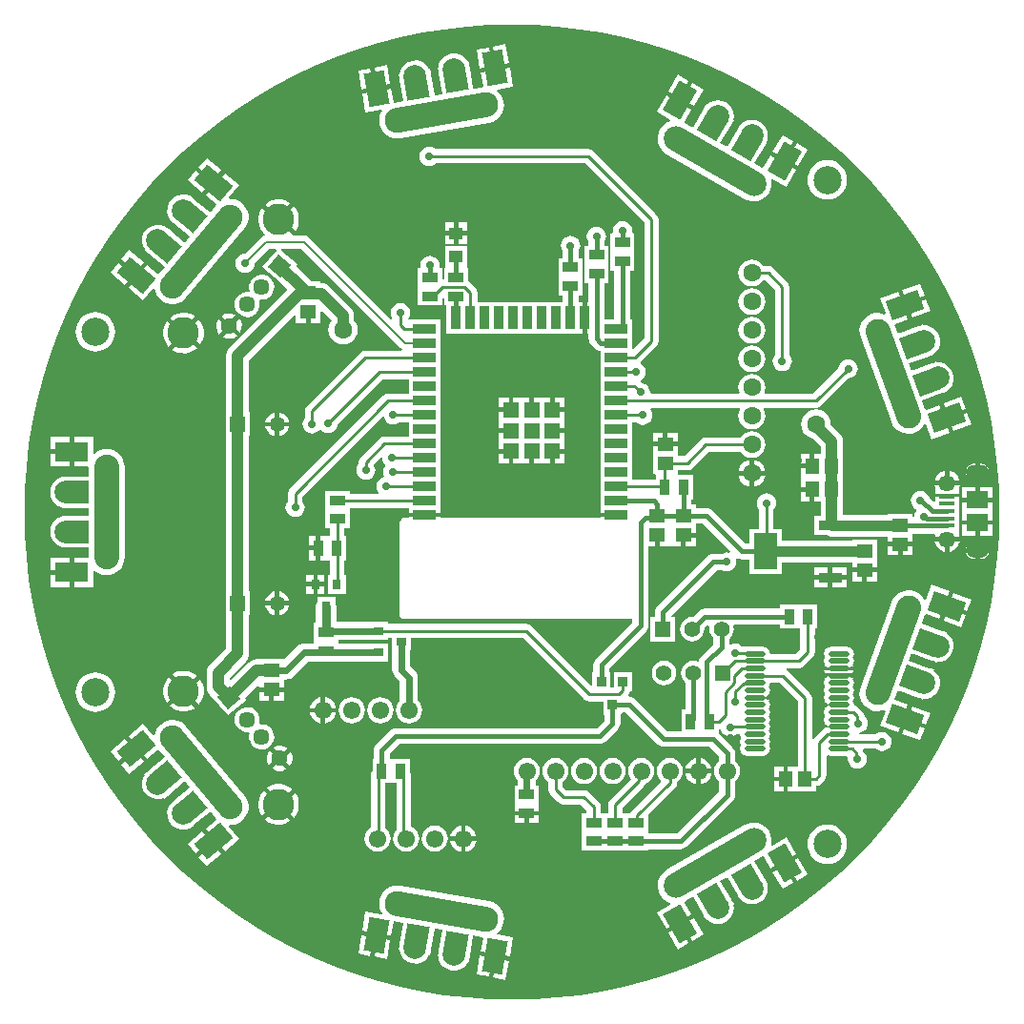
<source format=gtl>
G04*
G04 #@! TF.GenerationSoftware,Altium Limited,Altium Designer,21.7.2 (23)*
G04*
G04 Layer_Physical_Order=1*
G04 Layer_Color=255*
%FSAX44Y44*%
%MOMM*%
G71*
G04*
G04 #@! TF.SameCoordinates,E0CB191C-9310-4F86-9007-B940BCBFD818*
G04*
G04*
G04 #@! TF.FilePolarity,Positive*
G04*
G01*
G75*
%ADD10C,0.2500*%
%ADD11C,0.2540*%
%ADD12C,0.5000*%
%ADD13C,0.6000*%
%ADD14C,0.2000*%
G04:AMPARAMS|DCode=16|XSize=3mm|YSize=1.8mm|CornerRadius=0mm|HoleSize=0mm|Usage=FLASHONLY|Rotation=160.000|XOffset=0mm|YOffset=0mm|HoleType=Round|Shape=Rectangle|*
%AMROTATEDRECTD16*
4,1,4,1.7174,0.3327,1.1017,-1.3588,-1.7174,-0.3327,-1.1017,1.3588,1.7174,0.3327,0.0*
%
%ADD16ROTATEDRECTD16*%

%ADD17C,2.0000*%
%ADD18P,2.8284X4X205.0*%
G04:AMPARAMS|DCode=19|XSize=3mm|YSize=1.8mm|CornerRadius=0mm|HoleSize=0mm|Usage=FLASHONLY|Rotation=320.000|XOffset=0mm|YOffset=0mm|HoleType=Round|Shape=Rectangle|*
%AMROTATEDRECTD19*
4,1,4,-1.7276,0.2747,-0.5706,1.6536,1.7276,-0.2747,0.5706,-1.6536,-1.7276,0.2747,0.0*
%
%ADD19ROTATEDRECTD19*%

%ADD20P,2.8284X4X365.0*%
%ADD21R,3.0000X1.8000*%
%ADD22R,2.0000X2.0000*%
G04:AMPARAMS|DCode=23|XSize=3mm|YSize=1.8mm|CornerRadius=0mm|HoleSize=0mm|Usage=FLASHONLY|Rotation=40.000|XOffset=0mm|YOffset=0mm|HoleType=Round|Shape=Rectangle|*
%AMROTATEDRECTD23*
4,1,4,-0.5706,-1.6536,-1.7276,-0.2747,0.5706,1.6536,1.7276,0.2747,-0.5706,-1.6536,0.0*
%
%ADD23ROTATEDRECTD23*%

%ADD24P,2.8284X4X85.0*%
G04:AMPARAMS|DCode=25|XSize=3mm|YSize=1.8mm|CornerRadius=0mm|HoleSize=0mm|Usage=FLASHONLY|Rotation=120.000|XOffset=0mm|YOffset=0mm|HoleType=Round|Shape=Rectangle|*
%AMROTATEDRECTD25*
4,1,4,1.5294,-0.8490,-0.0294,-1.7490,-1.5294,0.8490,0.0294,1.7490,1.5294,-0.8490,0.0*
%
%ADD25ROTATEDRECTD25*%

%ADD26P,2.8284X4X165.0*%
G04:AMPARAMS|DCode=27|XSize=3mm|YSize=1.8mm|CornerRadius=0mm|HoleSize=0mm|Usage=FLASHONLY|Rotation=80.000|XOffset=0mm|YOffset=0mm|HoleType=Round|Shape=Rectangle|*
%AMROTATEDRECTD27*
4,1,4,0.6259,-1.6335,-1.1468,-1.3209,-0.6259,1.6335,1.1468,1.3209,0.6259,-1.6335,0.0*
%
%ADD27ROTATEDRECTD27*%

%ADD28P,2.8284X4X125.0*%
G04:AMPARAMS|DCode=29|XSize=3mm|YSize=1.8mm|CornerRadius=0mm|HoleSize=0mm|Usage=FLASHONLY|Rotation=280.000|XOffset=0mm|YOffset=0mm|HoleType=Round|Shape=Rectangle|*
%AMROTATEDRECTD29*
4,1,4,-1.1468,1.3209,0.6259,1.6335,1.1468,-1.3209,-0.6259,-1.6335,-1.1468,1.3209,0.0*
%
%ADD29ROTATEDRECTD29*%

%ADD30P,2.8284X4X325.0*%
G04:AMPARAMS|DCode=31|XSize=3mm|YSize=1.8mm|CornerRadius=0mm|HoleSize=0mm|Usage=FLASHONLY|Rotation=240.000|XOffset=0mm|YOffset=0mm|HoleType=Round|Shape=Rectangle|*
%AMROTATEDRECTD31*
4,1,4,-0.0294,1.7490,1.5294,0.8490,0.0294,-1.7490,-1.5294,-0.8490,-0.0294,1.7490,0.0*
%
%ADD31ROTATEDRECTD31*%

%ADD32P,2.8284X4X285.0*%
G04:AMPARAMS|DCode=33|XSize=3mm|YSize=1.8mm|CornerRadius=0mm|HoleSize=0mm|Usage=FLASHONLY|Rotation=200.000|XOffset=0mm|YOffset=0mm|HoleType=Round|Shape=Rectangle|*
%AMROTATEDRECTD33*
4,1,4,1.1017,1.3588,1.7174,-0.3327,-1.1017,-1.3588,-1.7174,0.3327,1.1017,1.3588,0.0*
%
%ADD33ROTATEDRECTD33*%

%ADD34P,2.8284X4X245.0*%
%ADD35R,0.8000X0.9000*%
%ADD36R,1.3300X1.3300*%
%ADD37R,0.9000X2.0000*%
%ADD38R,2.0000X0.9000*%
G04:AMPARAMS|DCode=39|XSize=0.8mm|YSize=0.9mm|CornerRadius=0mm|HoleSize=0mm|Usage=FLASHONLY|Rotation=0.476|XOffset=0mm|YOffset=0mm|HoleType=Round|Shape=Rectangle|*
%AMROTATEDRECTD39*
4,1,4,-0.3963,-0.4533,-0.4037,0.4467,0.3963,0.4533,0.4037,-0.4467,-0.3963,-0.4533,0.0*
%
%ADD39ROTATEDRECTD39*%

%ADD40R,1.4000X1.2000*%
%ADD41R,2.1000X3.2000*%
%ADD42R,2.1000X0.9000*%
%ADD43R,1.3500X0.8500*%
%ADD44R,1.2000X1.4000*%
%ADD45R,0.8500X1.3500*%
%ADD46O,1.8500X0.4500*%
%ADD47R,1.2000X1.1000*%
%ADD48R,0.9000X0.8000*%
%ADD49R,1.3500X0.4000*%
%ADD50R,1.9000X1.5000*%
%ADD74C,1.4500*%
%ADD79C,1.5500*%
%ADD86C,0.4000*%
%ADD87C,1.0000*%
%ADD88C,0.9000*%
%ADD89C,0.8000*%
G04:AMPARAMS|DCode=90|XSize=2.2mm|YSize=10.2mm|CornerRadius=1.1mm|HoleSize=0mm|Usage=FLASHONLY|Rotation=160.000|XOffset=0mm|YOffset=0mm|HoleType=Round|Shape=RoundedRectangle|*
%AMROUNDEDRECTD90*
21,1,2.2000,8.0000,0,0,160.0*
21,1,0.0000,10.2000,0,0,160.0*
1,1,2.2000,1.3681,3.7588*
1,1,2.2000,1.3681,3.7588*
1,1,2.2000,-1.3681,-3.7588*
1,1,2.2000,-1.3681,-3.7588*
%
%ADD90ROUNDEDRECTD90*%
G04:AMPARAMS|DCode=91|XSize=2.2mm|YSize=10.2mm|CornerRadius=1.1mm|HoleSize=0mm|Usage=FLASHONLY|Rotation=320.000|XOffset=0mm|YOffset=0mm|HoleType=Round|Shape=RoundedRectangle|*
%AMROUNDEDRECTD91*
21,1,2.2000,8.0000,0,0,320.0*
21,1,0.0000,10.2000,0,0,320.0*
1,1,2.2000,-2.5712,-3.0642*
1,1,2.2000,-2.5712,-3.0642*
1,1,2.2000,2.5712,3.0642*
1,1,2.2000,2.5712,3.0642*
%
%ADD91ROUNDEDRECTD91*%
G04:AMPARAMS|DCode=92|XSize=2.2mm|YSize=10.2mm|CornerRadius=1.1mm|HoleSize=0mm|Usage=FLASHONLY|Rotation=0.000|XOffset=0mm|YOffset=0mm|HoleType=Round|Shape=RoundedRectangle|*
%AMROUNDEDRECTD92*
21,1,2.2000,8.0000,0,0,0.0*
21,1,0.0000,10.2000,0,0,0.0*
1,1,2.2000,0.0000,-4.0000*
1,1,2.2000,0.0000,-4.0000*
1,1,2.2000,0.0000,4.0000*
1,1,2.2000,0.0000,4.0000*
%
%ADD92ROUNDEDRECTD92*%
G04:AMPARAMS|DCode=93|XSize=2.2mm|YSize=10.2mm|CornerRadius=1.1mm|HoleSize=0mm|Usage=FLASHONLY|Rotation=40.000|XOffset=0mm|YOffset=0mm|HoleType=Round|Shape=RoundedRectangle|*
%AMROUNDEDRECTD93*
21,1,2.2000,8.0000,0,0,40.0*
21,1,0.0000,10.2000,0,0,40.0*
1,1,2.2000,2.5712,-3.0642*
1,1,2.2000,2.5712,-3.0642*
1,1,2.2000,-2.5712,3.0642*
1,1,2.2000,-2.5712,3.0642*
%
%ADD93ROUNDEDRECTD93*%
G04:AMPARAMS|DCode=94|XSize=2.2mm|YSize=10.2mm|CornerRadius=1.1mm|HoleSize=0mm|Usage=FLASHONLY|Rotation=120.000|XOffset=0mm|YOffset=0mm|HoleType=Round|Shape=RoundedRectangle|*
%AMROUNDEDRECTD94*
21,1,2.2000,8.0000,0,0,120.0*
21,1,0.0000,10.2000,0,0,120.0*
1,1,2.2000,3.4641,2.0000*
1,1,2.2000,3.4641,2.0000*
1,1,2.2000,-3.4641,-2.0000*
1,1,2.2000,-3.4641,-2.0000*
%
%ADD94ROUNDEDRECTD94*%
G04:AMPARAMS|DCode=95|XSize=2.2mm|YSize=10.2mm|CornerRadius=1.1mm|HoleSize=0mm|Usage=FLASHONLY|Rotation=80.000|XOffset=0mm|YOffset=0mm|HoleType=Round|Shape=RoundedRectangle|*
%AMROUNDEDRECTD95*
21,1,2.2000,8.0000,0,0,80.0*
21,1,0.0000,10.2000,0,0,80.0*
1,1,2.2000,3.9392,-0.6946*
1,1,2.2000,3.9392,-0.6946*
1,1,2.2000,-3.9392,0.6946*
1,1,2.2000,-3.9392,0.6946*
%
%ADD95ROUNDEDRECTD95*%
G04:AMPARAMS|DCode=96|XSize=2.2mm|YSize=10.2mm|CornerRadius=1.1mm|HoleSize=0mm|Usage=FLASHONLY|Rotation=280.000|XOffset=0mm|YOffset=0mm|HoleType=Round|Shape=RoundedRectangle|*
%AMROUNDEDRECTD96*
21,1,2.2000,8.0000,0,0,280.0*
21,1,0.0000,10.2000,0,0,280.0*
1,1,2.2000,-3.9392,-0.6946*
1,1,2.2000,-3.9392,-0.6946*
1,1,2.2000,3.9392,0.6946*
1,1,2.2000,3.9392,0.6946*
%
%ADD96ROUNDEDRECTD96*%
G04:AMPARAMS|DCode=97|XSize=2.2mm|YSize=10.2mm|CornerRadius=1.1mm|HoleSize=0mm|Usage=FLASHONLY|Rotation=240.000|XOffset=0mm|YOffset=0mm|HoleType=Round|Shape=RoundedRectangle|*
%AMROUNDEDRECTD97*
21,1,2.2000,8.0000,0,0,240.0*
21,1,0.0000,10.2000,0,0,240.0*
1,1,2.2000,-3.4641,2.0000*
1,1,2.2000,-3.4641,2.0000*
1,1,2.2000,3.4641,-2.0000*
1,1,2.2000,3.4641,-2.0000*
%
%ADD97ROUNDEDRECTD97*%
G04:AMPARAMS|DCode=98|XSize=2.2mm|YSize=10.2mm|CornerRadius=1.1mm|HoleSize=0mm|Usage=FLASHONLY|Rotation=200.000|XOffset=0mm|YOffset=0mm|HoleType=Round|Shape=RoundedRectangle|*
%AMROUNDEDRECTD98*
21,1,2.2000,8.0000,0,0,200.0*
21,1,0.0000,10.2000,0,0,200.0*
1,1,2.2000,-1.3681,3.7588*
1,1,2.2000,-1.3681,3.7588*
1,1,2.2000,1.3681,-3.7588*
1,1,2.2000,1.3681,-3.7588*
%
%ADD98ROUNDEDRECTD98*%
%ADD99C,0.7000*%
%ADD100C,1.3500*%
%ADD101R,1.3500X1.3500*%
%ADD102C,1.6000*%
%ADD103C,2.8000*%
%ADD104P,2.0506X4X355.0*%
%ADD105P,2.0506X4X275.0*%
%ADD106C,2.5000*%
%ADD107C,1.4000*%
%ADD108R,1.4000X1.4000*%
%ADD109C,0.4000*%
%ADD110C,1.2700*%
G36*
X00459997Y00870527D02*
X00479951Y00869141D01*
X00499820Y00866836D01*
X00519561Y00863616D01*
X00539133Y00859488D01*
X00558493Y00854460D01*
X00577600Y00848543D01*
X00596413Y00841750D01*
X00614893Y00834095D01*
X00633000Y00825595D01*
X00650694Y00816268D01*
X00667939Y00806134D01*
X00684698Y00795214D01*
X00700934Y00783532D01*
X00716613Y00771113D01*
X00731702Y00757982D01*
X00746169Y00744169D01*
X00759982Y00729703D01*
X00773113Y00714613D01*
X00785532Y00698934D01*
X00797215Y00682698D01*
X00808134Y00665939D01*
X00818269Y00648694D01*
X00827595Y00631000D01*
X00836095Y00612893D01*
X00843750Y00594413D01*
X00850543Y00575600D01*
X00856460Y00556493D01*
X00861488Y00537133D01*
X00865616Y00517561D01*
X00868836Y00497820D01*
X00871142Y00477951D01*
X00872527Y00457997D01*
X00872989Y00438000D01*
X00872527Y00418003D01*
X00871142Y00398049D01*
X00868836Y00378180D01*
X00865616Y00358439D01*
X00861488Y00338867D01*
X00856460Y00319507D01*
X00850543Y00300400D01*
X00843750Y00281586D01*
X00836095Y00263107D01*
X00827595Y00245000D01*
X00818269Y00227306D01*
X00808134Y00210061D01*
X00797215Y00193302D01*
X00785532Y00177066D01*
X00773113Y00161387D01*
X00759982Y00146298D01*
X00746169Y00131831D01*
X00731702Y00118018D01*
X00716613Y00104887D01*
X00700934Y00092468D01*
X00684698Y00080786D01*
X00667939Y00069866D01*
X00650694Y00059731D01*
X00633000Y00050405D01*
X00614893Y00041905D01*
X00596413Y00034250D01*
X00577600Y00027457D01*
X00558493Y00021541D01*
X00539133Y00016513D01*
X00519561Y00012384D01*
X00499820Y00009164D01*
X00479951Y00006859D01*
X00459997Y00005473D01*
X00440000Y00005011D01*
X00420003Y00005473D01*
X00400049Y00006859D01*
X00380180Y00009164D01*
X00360439Y00012384D01*
X00340867Y00016513D01*
X00321507Y00021541D01*
X00302400Y00027457D01*
X00283587Y00034250D01*
X00265107Y00041905D01*
X00247000Y00050405D01*
X00229306Y00059731D01*
X00212061Y00069866D01*
X00195302Y00080786D01*
X00179066Y00092468D01*
X00163387Y00104887D01*
X00148298Y00118018D01*
X00133831Y00131831D01*
X00120018Y00146298D01*
X00106887Y00161387D01*
X00094468Y00177066D01*
X00082786Y00193302D01*
X00071866Y00210061D01*
X00061732Y00227306D01*
X00052405Y00245000D01*
X00043905Y00263107D01*
X00036250Y00281586D01*
X00029457Y00300400D01*
X00023540Y00319507D01*
X00018513Y00338867D01*
X00014384Y00358439D01*
X00011164Y00378180D01*
X00008859Y00398049D01*
X00007473Y00418003D01*
X00007012Y00438000D01*
X00007473Y00457997D01*
X00008859Y00477951D01*
X00011164Y00497820D01*
X00014384Y00517561D01*
X00018513Y00537133D01*
X00023540Y00556493D01*
X00029457Y00575600D01*
X00036250Y00594413D01*
X00043905Y00612893D01*
X00052405Y00631000D01*
X00061732Y00648694D01*
X00071866Y00665939D01*
X00082786Y00682698D01*
X00094468Y00698934D01*
X00106887Y00714613D01*
X00120018Y00729703D01*
X00133831Y00744169D01*
X00148298Y00757982D01*
X00163387Y00771113D01*
X00179066Y00783532D01*
X00195302Y00795214D01*
X00212061Y00806134D01*
X00229306Y00816268D01*
X00247000Y00825595D01*
X00265107Y00834095D01*
X00283587Y00841750D01*
X00302400Y00848543D01*
X00321507Y00854460D01*
X00340867Y00859488D01*
X00360439Y00863616D01*
X00380180Y00866836D01*
X00400049Y00869141D01*
X00420003Y00870527D01*
X00440000Y00870988D01*
X00459997Y00870527D01*
D02*
G37*
%LPC*%
G36*
X00434294Y00853319D02*
X00423461Y00851409D01*
X00426413Y00834667D01*
X00437246Y00836577D01*
X00434294Y00853319D01*
D02*
G37*
G36*
X00419522Y00850714D02*
X00408689Y00848804D01*
X00411641Y00832062D01*
X00422474Y00833972D01*
X00419522Y00850714D01*
D02*
G37*
G36*
X00328919Y00834738D02*
X00318087Y00832828D01*
X00321039Y00816087D01*
X00331872Y00817997D01*
X00328919Y00834738D01*
D02*
G37*
G36*
X00314147Y00832134D02*
X00303315Y00830223D01*
X00306267Y00813482D01*
X00317099Y00815392D01*
X00314147Y00832134D01*
D02*
G37*
G36*
X00389700Y00845090D02*
X00386017Y00844929D01*
X00382502Y00843820D01*
X00379393Y00841840D01*
X00376902Y00839122D01*
X00375200Y00835852D01*
X00374483Y00832618D01*
X00373988Y00832531D01*
X00374523Y00829495D01*
X00374563Y00828571D01*
X00374841Y00827688D01*
X00378142Y00808972D01*
X00371248Y00807756D01*
X00367948Y00826472D01*
X00367908Y00827397D01*
X00367629Y00828280D01*
X00367094Y00831315D01*
X00366598Y00831228D01*
X00364818Y00834022D01*
X00362101Y00836512D01*
X00358831Y00838214D01*
X00355232Y00839012D01*
X00351549Y00838851D01*
X00348034Y00837743D01*
X00344925Y00835762D01*
X00342434Y00833044D01*
X00340732Y00829775D01*
X00340015Y00826541D01*
X00339519Y00826453D01*
X00340055Y00823417D01*
X00340095Y00822493D01*
X00340373Y00821611D01*
X00343674Y00802894D01*
X00335303Y00801418D01*
X00334731Y00801777D01*
X00332566Y00814057D01*
X00319764Y00811800D01*
X00306961Y00809542D01*
X00309913Y00792801D01*
X00323707Y00795233D01*
X00324519Y00794087D01*
X00323379Y00792060D01*
X00322398Y00789065D01*
X00322021Y00785936D01*
X00322261Y00782793D01*
X00323110Y00779758D01*
X00324535Y00776946D01*
X00326481Y00774467D01*
X00328873Y00772415D01*
X00331619Y00770869D01*
X00334615Y00769889D01*
X00337744Y00769511D01*
X00340886Y00769752D01*
X00419671Y00783644D01*
X00422706Y00784492D01*
X00425517Y00785917D01*
X00427997Y00787863D01*
X00430049Y00790255D01*
X00431595Y00793002D01*
X00432575Y00795997D01*
X00432953Y00799126D01*
X00432712Y00802269D01*
X00431863Y00805304D01*
X00430438Y00808115D01*
X00428493Y00810594D01*
X00426727Y00812109D01*
X00427099Y00813464D01*
X00440892Y00815896D01*
X00437940Y00832638D01*
X00425138Y00830380D01*
X00412336Y00828123D01*
X00414395Y00816443D01*
X00413329Y00815176D01*
X00405716Y00813834D01*
X00402416Y00832550D01*
X00402376Y00833475D01*
X00402097Y00834358D01*
X00401562Y00837393D01*
X00401066Y00837306D01*
X00399287Y00840099D01*
X00396569Y00842590D01*
X00393299Y00844292D01*
X00389700Y00845090D01*
D02*
G37*
G36*
X00587409Y00826320D02*
X00578909Y00811598D01*
X00588436Y00806098D01*
X00596936Y00820820D01*
X00587409Y00826320D01*
D02*
G37*
G36*
X00600400Y00818820D02*
X00591900Y00804098D01*
X00601426Y00798598D01*
X00609926Y00813320D01*
X00600400Y00818820D01*
D02*
G37*
G36*
X00680074Y00772820D02*
X00671574Y00758098D01*
X00681100Y00752598D01*
X00689600Y00767320D01*
X00680074Y00772820D01*
D02*
G37*
G36*
X00693064Y00765320D02*
X00684564Y00750598D01*
X00694091Y00745098D01*
X00702591Y00759820D01*
X00693064Y00765320D01*
D02*
G37*
G36*
X00168667Y00752485D02*
X00161597Y00744058D01*
X00174619Y00733131D01*
X00181690Y00741557D01*
X00168667Y00752485D01*
D02*
G37*
G36*
X00576909Y00808134D02*
X00568409Y00793411D01*
X00580540Y00786408D01*
X00580425Y00785008D01*
X00578248Y00784189D01*
X00575572Y00782524D01*
X00573271Y00780370D01*
X00571436Y00777808D01*
X00570135Y00774937D01*
X00569419Y00771868D01*
X00569316Y00768718D01*
X00569829Y00765608D01*
X00570940Y00762658D01*
X00572604Y00759982D01*
X00574758Y00757682D01*
X00577320Y00755846D01*
X00646602Y00715846D01*
X00649473Y00714545D01*
X00652542Y00713829D01*
X00655693Y00713726D01*
X00658802Y00714240D01*
X00661752Y00715350D01*
X00664428Y00717014D01*
X00666729Y00719168D01*
X00668565Y00721730D01*
X00669865Y00724601D01*
X00670581Y00727671D01*
X00670684Y00730821D01*
X00670305Y00733115D01*
X00671460Y00733915D01*
X00683591Y00726911D01*
X00692091Y00741634D01*
X00680832Y00748134D01*
X00669574Y00754634D01*
X00663644Y00744363D01*
X00662013Y00744078D01*
X00655319Y00747943D01*
X00664821Y00764401D01*
X00665384Y00765136D01*
X00665739Y00765991D01*
X00667280Y00768660D01*
X00666844Y00768912D01*
X00667276Y00772196D01*
X00666795Y00775851D01*
X00665384Y00779257D01*
X00663140Y00782181D01*
X00660216Y00784425D01*
X00656810Y00785836D01*
X00653156Y00786317D01*
X00649501Y00785836D01*
X00646095Y00784425D01*
X00643467Y00782409D01*
X00643031Y00782660D01*
X00641490Y00779991D01*
X00640927Y00779257D01*
X00640572Y00778401D01*
X00631070Y00761943D01*
X00625008Y00765443D01*
X00634510Y00781901D01*
X00635074Y00782636D01*
X00635428Y00783491D01*
X00636969Y00786160D01*
X00636533Y00786412D01*
X00636965Y00789696D01*
X00636484Y00793351D01*
X00635074Y00796756D01*
X00632830Y00799681D01*
X00629905Y00801925D01*
X00626499Y00803336D01*
X00622845Y00803817D01*
X00619190Y00803336D01*
X00615784Y00801925D01*
X00613156Y00799909D01*
X00612720Y00800160D01*
X00611179Y00797491D01*
X00610616Y00796756D01*
X00610261Y00795901D01*
X00600759Y00779443D01*
X00593398Y00783693D01*
X00593191Y00784335D01*
X00599426Y00795134D01*
X00588168Y00801634D01*
X00576909Y00808134D01*
D02*
G37*
G36*
X00159025Y00740994D02*
X00151955Y00732568D01*
X00164977Y00721640D01*
X00172048Y00730067D01*
X00159025Y00740994D01*
D02*
G37*
G36*
X00720000Y00750585D02*
X00716569Y00750247D01*
X00713271Y00749246D01*
X00710230Y00747621D01*
X00707566Y00745434D01*
X00705379Y00742769D01*
X00703754Y00739729D01*
X00702753Y00736431D01*
X00702415Y00733000D01*
X00702753Y00729569D01*
X00703754Y00726271D01*
X00705379Y00723231D01*
X00707566Y00720566D01*
X00710230Y00718379D01*
X00713271Y00716754D01*
X00716569Y00715753D01*
X00720000Y00715415D01*
X00723431Y00715753D01*
X00726729Y00716754D01*
X00729770Y00718379D01*
X00732434Y00720566D01*
X00734621Y00723231D01*
X00736246Y00726271D01*
X00737247Y00729569D01*
X00737585Y00733000D01*
X00737247Y00736431D01*
X00736246Y00739729D01*
X00734621Y00742769D01*
X00732434Y00745434D01*
X00729770Y00747621D01*
X00726729Y00749246D01*
X00723431Y00750247D01*
X00720000Y00750585D01*
D02*
G37*
G36*
X00184754Y00738986D02*
X00176398Y00729028D01*
X00168042Y00719069D01*
X00177127Y00711446D01*
X00177125Y00709790D01*
X00172156Y00703868D01*
X00157597Y00716084D01*
X00156972Y00716767D01*
X00156191Y00717264D01*
X00153830Y00719245D01*
X00153507Y00718860D01*
X00150347Y00719856D01*
X00146664Y00720017D01*
X00143066Y00719219D01*
X00139796Y00717517D01*
X00137078Y00715026D01*
X00135097Y00711917D01*
X00133989Y00708402D01*
X00133828Y00704719D01*
X00134626Y00701120D01*
X00136156Y00698182D01*
X00135832Y00697796D01*
X00138194Y00695815D01*
X00138819Y00695133D01*
X00139599Y00694636D01*
X00154158Y00682419D01*
X00149658Y00677057D01*
X00135100Y00689272D01*
X00134474Y00689955D01*
X00133693Y00690453D01*
X00131332Y00692434D01*
X00131009Y00692048D01*
X00127850Y00693045D01*
X00124167Y00693205D01*
X00120568Y00692408D01*
X00117298Y00690705D01*
X00114580Y00688215D01*
X00112600Y00685106D01*
X00111491Y00681590D01*
X00111331Y00677907D01*
X00112128Y00674309D01*
X00113658Y00671370D01*
X00113334Y00670985D01*
X00115697Y00669003D01*
X00116321Y00668321D01*
X00117100Y00667824D01*
X00131660Y00655608D01*
X00126196Y00649096D01*
X00125528Y00649004D01*
X00115976Y00657020D01*
X00107620Y00647061D01*
X00099263Y00637102D01*
X00112286Y00626175D01*
X00121290Y00636905D01*
X00122648Y00636549D01*
X00123077Y00634263D01*
X00124252Y00631338D01*
X00125974Y00628699D01*
X00128178Y00626446D01*
X00130779Y00624666D01*
X00133678Y00623428D01*
X00136762Y00622780D01*
X00139914Y00622746D01*
X00143011Y00623327D01*
X00145936Y00624501D01*
X00148576Y00626223D01*
X00150829Y00628427D01*
X00202251Y00689711D01*
X00204031Y00692312D01*
X00205269Y00695211D01*
X00205917Y00698295D01*
X00205952Y00701447D01*
X00205371Y00704544D01*
X00204196Y00707469D01*
X00202474Y00710108D01*
X00200270Y00712361D01*
X00197669Y00714141D01*
X00194770Y00715379D01*
X00191686Y00716027D01*
X00189360Y00716052D01*
X00188773Y00717329D01*
X00197777Y00728059D01*
X00184754Y00738986D01*
D02*
G37*
G36*
X00231185Y00715677D02*
X00227700Y00715024D01*
X00224410Y00713703D01*
X00221440Y00711765D01*
X00220342Y00710691D01*
X00232515Y00700477D01*
X00242729Y00712650D01*
X00241461Y00713517D01*
X00238200Y00714909D01*
X00234730Y00715639D01*
X00231185Y00715677D01*
D02*
G37*
G36*
X00245793Y00710078D02*
X00235579Y00697906D01*
X00247751Y00687692D01*
X00248619Y00688960D01*
X00250011Y00692220D01*
X00250741Y00695690D01*
X00250779Y00699236D01*
X00250126Y00702720D01*
X00248805Y00706011D01*
X00246867Y00708980D01*
X00245793Y00710078D01*
D02*
G37*
G36*
X00400350Y00695000D02*
X00392350D01*
Y00687500D01*
X00400350D01*
Y00695000D01*
D02*
G37*
G36*
X00388350D02*
X00380350D01*
Y00687500D01*
X00388350D01*
Y00695000D01*
D02*
G37*
G36*
X00400350Y00683500D02*
X00392350D01*
Y00676000D01*
X00400350D01*
Y00683500D01*
D02*
G37*
G36*
X00388350D02*
X00380350D01*
Y00676000D01*
X00388350D01*
Y00683500D01*
D02*
G37*
G36*
X00099889Y00670518D02*
X00092818Y00662092D01*
X00105841Y00651164D01*
X00112912Y00659591D01*
X00099889Y00670518D01*
D02*
G37*
G36*
X00090247Y00659027D02*
X00083176Y00650601D01*
X00096199Y00639674D01*
X00103270Y00648100D01*
X00090247Y00659027D01*
D02*
G37*
G36*
X00216746Y00648674D02*
X00213906Y00648044D01*
X00211325Y00646701D01*
X00209180Y00644735D01*
X00207617Y00642281D01*
X00206742Y00639506D01*
X00206615Y00636600D01*
X00207096Y00634430D01*
X00207072Y00634333D01*
X00206202Y00633297D01*
X00206111Y00633256D01*
X00203890Y00633353D01*
X00201050Y00632723D01*
X00198469Y00631380D01*
X00196324Y00629414D01*
X00194761Y00626960D01*
X00193886Y00624186D01*
X00193759Y00621279D01*
X00194389Y00618438D01*
X00195732Y00615858D01*
X00197698Y00613712D01*
X00200152Y00612149D01*
X00202927Y00611274D01*
X00205833Y00611147D01*
X00208674Y00611777D01*
X00211255Y00613120D01*
X00213400Y00615086D01*
X00214963Y00617540D01*
X00215838Y00620315D01*
X00215965Y00623222D01*
X00215484Y00625391D01*
X00215508Y00625488D01*
X00216378Y00626525D01*
X00216469Y00626565D01*
X00218689Y00626468D01*
X00221530Y00627098D01*
X00224110Y00628441D01*
X00226255Y00630407D01*
X00227819Y00632861D01*
X00228694Y00635636D01*
X00228821Y00638543D01*
X00228191Y00641383D01*
X00226847Y00643964D01*
X00224882Y00646109D01*
X00222428Y00647672D01*
X00219653Y00648547D01*
X00216746Y00648674D01*
D02*
G37*
G36*
X00802530Y00640718D02*
X00786555Y00634903D01*
X00790317Y00624567D01*
X00806292Y00630381D01*
X00802530Y00640718D01*
D02*
G37*
G36*
X00492000Y00683181D02*
X00489781Y00682889D01*
X00487713Y00682032D01*
X00485938Y00680670D01*
X00484575Y00678894D01*
X00483719Y00676827D01*
X00483427Y00674608D01*
X00483719Y00672389D01*
X00484575Y00670321D01*
X00484940Y00669846D01*
Y00663500D01*
X00481250D01*
Y00647000D01*
Y00630500D01*
X00484890D01*
Y00624500D01*
X00409443D01*
Y00632674D01*
X00408956Y00635121D01*
X00407570Y00637195D01*
X00402245Y00642520D01*
X00401100Y00643285D01*
Y00654500D01*
X00401100D01*
X00400350Y00655000D01*
Y00674000D01*
X00380350D01*
Y00655000D01*
X00379600Y00654500D01*
X00379600D01*
Y00644393D01*
X00378100D01*
Y00654500D01*
X00376474D01*
X00375411Y00655770D01*
X00375573Y00657000D01*
X00375281Y00659219D01*
X00374425Y00661287D01*
X00373062Y00663062D01*
X00371287Y00664425D01*
X00369219Y00665281D01*
X00367000Y00665573D01*
X00364781Y00665281D01*
X00362713Y00664425D01*
X00360938Y00663062D01*
X00359575Y00661287D01*
X00358719Y00659219D01*
X00358427Y00657000D01*
X00358589Y00655770D01*
X00357526Y00654500D01*
X00356600D01*
Y00638000D01*
Y00621500D01*
X00378100D01*
Y00628046D01*
X00378330Y00628200D01*
X00379600Y00627521D01*
Y00621500D01*
X00381850D01*
Y00596500D01*
X00502650D01*
Y00610500D01*
Y00624500D01*
X00499010D01*
Y00630500D01*
X00502750D01*
Y00647000D01*
Y00663500D01*
X00499060D01*
Y00669846D01*
X00499425Y00670321D01*
X00500281Y00672389D01*
X00500573Y00674608D01*
X00500281Y00676827D01*
X00499425Y00678894D01*
X00498062Y00680670D01*
X00496287Y00682032D01*
X00494219Y00682889D01*
X00492000Y00683181D01*
D02*
G37*
G36*
X00782796Y00633535D02*
X00766821Y00627721D01*
X00771612Y00614559D01*
X00770624Y00613560D01*
X00768430Y00614332D01*
X00765310Y00614777D01*
X00762163Y00614605D01*
X00759110Y00613823D01*
X00756268Y00612460D01*
X00753747Y00610568D01*
X00751643Y00608222D01*
X00750038Y00605509D01*
X00748992Y00602536D01*
X00748547Y00599416D01*
X00748718Y00596269D01*
X00749501Y00593216D01*
X00776862Y00518041D01*
X00778225Y00515199D01*
X00780117Y00512678D01*
X00782464Y00510574D01*
X00785175Y00508968D01*
X00788149Y00507923D01*
X00791269Y00507477D01*
X00794416Y00507649D01*
X00797469Y00508432D01*
X00800311Y00509795D01*
X00802832Y00511686D01*
X00804936Y00514033D01*
X00806121Y00516034D01*
X00807519Y00515904D01*
X00812310Y00502742D01*
X00828285Y00508556D01*
X00823838Y00520772D01*
X00819392Y00532988D01*
X00808248Y00528932D01*
X00806815Y00529762D01*
X00804171Y00537026D01*
X00822029Y00543526D01*
X00822933Y00543726D01*
X00823755Y00544154D01*
X00826651Y00545208D01*
X00826479Y00545681D01*
X00828921Y00547919D01*
X00830901Y00551028D01*
X00832010Y00554543D01*
X00832171Y00558226D01*
X00831373Y00561825D01*
X00829671Y00565095D01*
X00827180Y00567812D01*
X00824071Y00569793D01*
X00820556Y00570902D01*
X00817246Y00571046D01*
X00817074Y00571519D01*
X00814177Y00570465D01*
X00813274Y00570265D01*
X00812454Y00569837D01*
X00794594Y00563337D01*
X00792200Y00569915D01*
X00810059Y00576415D01*
X00810963Y00576615D01*
X00811784Y00577043D01*
X00814680Y00578097D01*
X00814508Y00578570D01*
X00816950Y00580808D01*
X00818931Y00583917D01*
X00820039Y00587433D01*
X00820200Y00591115D01*
X00819402Y00594714D01*
X00817700Y00597984D01*
X00815210Y00600702D01*
X00812101Y00602682D01*
X00808585Y00603791D01*
X00805276Y00603935D01*
X00805103Y00604408D01*
X00802207Y00603354D01*
X00801303Y00603154D01*
X00800483Y00602727D01*
X00782624Y00596226D01*
X00779716Y00604214D01*
X00779971Y00604839D01*
X00791689Y00609103D01*
X00787242Y00621319D01*
X00782796Y00633535D01*
D02*
G37*
G36*
X00653000Y00636702D02*
X00649920Y00636296D01*
X00647049Y00635107D01*
X00644584Y00633216D01*
X00642693Y00630751D01*
X00641504Y00627880D01*
X00641098Y00624800D01*
X00641504Y00621720D01*
X00642693Y00618849D01*
X00644584Y00616384D01*
X00647049Y00614493D01*
X00649920Y00613304D01*
X00653000Y00612898D01*
X00656080Y00613304D01*
X00658951Y00614493D01*
X00661416Y00616384D01*
X00663307Y00618849D01*
X00664496Y00621720D01*
X00664902Y00624800D01*
X00664496Y00627880D01*
X00663307Y00630751D01*
X00661416Y00633216D01*
X00658951Y00635107D01*
X00656080Y00636296D01*
X00653000Y00636702D01*
D02*
G37*
G36*
X00807660Y00626622D02*
X00791685Y00620808D01*
X00795447Y00610471D01*
X00811422Y00616286D01*
X00807660Y00626622D01*
D02*
G37*
G36*
X00187803Y00614403D02*
X00184911Y00613762D01*
X00182284Y00612394D01*
X00181587Y00611756D01*
X00188546Y00605917D01*
X00194385Y00612875D01*
X00193588Y00613383D01*
X00190763Y00614274D01*
X00187803Y00614403D01*
D02*
G37*
G36*
X00146722Y00615019D02*
X00143238Y00614366D01*
X00139947Y00613045D01*
X00136978Y00611107D01*
X00135880Y00610033D01*
X00148052Y00599819D01*
X00158266Y00611991D01*
X00156999Y00612859D01*
X00153738Y00614251D01*
X00150268Y00614981D01*
X00146722Y00615019D01*
D02*
G37*
G36*
X00197449Y00610304D02*
X00191610Y00603346D01*
X00198568Y00597507D01*
X00199076Y00598304D01*
X00199967Y00601129D01*
X00200096Y00604088D01*
X00199455Y00606980D01*
X00198087Y00609608D01*
X00197449Y00610304D01*
D02*
G37*
G36*
X00179016Y00608691D02*
X00178508Y00607895D01*
X00177617Y00605070D01*
X00177488Y00602110D01*
X00178129Y00599218D01*
X00179497Y00596591D01*
X00180136Y00595894D01*
X00185975Y00602853D01*
X00179016Y00608691D01*
D02*
G37*
G36*
X00189039Y00600281D02*
X00183200Y00593323D01*
X00183997Y00592815D01*
X00186822Y00591924D01*
X00189781Y00591795D01*
X00192673Y00592436D01*
X00195301Y00593804D01*
X00195997Y00594442D01*
X00189039Y00600281D01*
D02*
G37*
G36*
X00653000Y00611302D02*
X00649920Y00610896D01*
X00647049Y00609707D01*
X00644584Y00607816D01*
X00642693Y00605351D01*
X00641504Y00602480D01*
X00641098Y00599400D01*
X00641504Y00596320D01*
X00642693Y00593449D01*
X00644584Y00590984D01*
X00647049Y00589093D01*
X00649920Y00587904D01*
X00653000Y00587498D01*
X00656080Y00587904D01*
X00658951Y00589093D01*
X00661416Y00590984D01*
X00663307Y00593449D01*
X00664496Y00596320D01*
X00664902Y00599400D01*
X00664496Y00602480D01*
X00663307Y00605351D01*
X00661416Y00607816D01*
X00658951Y00609707D01*
X00656080Y00610896D01*
X00653000Y00611302D01*
D02*
G37*
G36*
X00161331Y00609420D02*
X00151117Y00597248D01*
X00163289Y00587034D01*
X00164156Y00588302D01*
X00165549Y00591562D01*
X00166278Y00595032D01*
X00166317Y00598577D01*
X00165663Y00602062D01*
X00164342Y00605353D01*
X00162405Y00608322D01*
X00161331Y00609420D01*
D02*
G37*
G36*
X00133309Y00606969D02*
X00132442Y00605701D01*
X00131049Y00602440D01*
X00130319Y00598970D01*
X00130281Y00595425D01*
X00130934Y00591940D01*
X00132255Y00588649D01*
X00134193Y00585680D01*
X00135267Y00584582D01*
X00145481Y00596755D01*
X00133309Y00606969D01*
D02*
G37*
G36*
X00366504Y00762612D02*
X00364285Y00762320D01*
X00362217Y00761464D01*
X00360442Y00760101D01*
X00359079Y00758326D01*
X00358223Y00756258D01*
X00357930Y00754039D01*
X00358223Y00751820D01*
X00359079Y00749752D01*
X00360442Y00747977D01*
X00362217Y00746614D01*
X00364285Y00745758D01*
X00366504Y00745466D01*
X00368723Y00745758D01*
X00370790Y00746614D01*
X00372162Y00747667D01*
X00504861D01*
X00557405Y00695123D01*
Y00592202D01*
X00547770Y00582567D01*
X00546500Y00583093D01*
Y00592000D01*
Y00609000D01*
X00545060D01*
Y00652500D01*
X00548750D01*
Y00669000D01*
Y00685500D01*
X00547524D01*
X00546461Y00686770D01*
X00546623Y00688000D01*
X00546331Y00690219D01*
X00545475Y00692287D01*
X00544112Y00694062D01*
X00542337Y00695425D01*
X00540269Y00696281D01*
X00538050Y00696573D01*
X00535831Y00696281D01*
X00533763Y00695425D01*
X00531988Y00694062D01*
X00530625Y00692287D01*
X00529769Y00690219D01*
X00529477Y00688000D01*
X00529639Y00686770D01*
X00528576Y00685500D01*
X00527250D01*
Y00669000D01*
Y00652500D01*
X00530940D01*
Y00609000D01*
X00522060D01*
Y00641500D01*
X00525750D01*
Y00658000D01*
Y00674500D01*
X00522110D01*
Y00677846D01*
X00522475Y00678321D01*
X00523331Y00680389D01*
X00523623Y00682608D01*
X00523331Y00684827D01*
X00522475Y00686894D01*
X00521112Y00688670D01*
X00519337Y00690032D01*
X00517269Y00690889D01*
X00515050Y00691181D01*
X00512831Y00690889D01*
X00510763Y00690032D01*
X00508988Y00688670D01*
X00507625Y00686894D01*
X00506769Y00684827D01*
X00506477Y00682608D01*
X00506769Y00680389D01*
X00507625Y00678321D01*
X00507990Y00677846D01*
Y00674500D01*
X00504250D01*
Y00658000D01*
Y00641500D01*
X00507940D01*
Y00624500D01*
X00506650D01*
Y00610500D01*
Y00596500D01*
X00507940D01*
Y00592000D01*
X00508180Y00590173D01*
X00508885Y00588470D01*
X00510008Y00587007D01*
X00514008Y00583008D01*
X00515470Y00581885D01*
X00517173Y00581180D01*
X00518500Y00581005D01*
Y00566600D01*
Y00553900D01*
Y00541200D01*
Y00528500D01*
Y00515800D01*
Y00503100D01*
Y00490400D01*
Y00477700D01*
Y00465000D01*
Y00452300D01*
Y00439600D01*
Y00437400D01*
X00532500D01*
Y00433400D01*
X00518500D01*
Y00433098D01*
X00376500D01*
Y00433400D01*
X00362500D01*
X00348500D01*
Y00433098D01*
X00345000D01*
X00343049Y00432710D01*
X00341395Y00431605D01*
X00340290Y00429951D01*
X00339902Y00428000D01*
Y00348000D01*
X00340290Y00346049D01*
X00341395Y00344395D01*
X00343049Y00343290D01*
X00345000Y00342902D01*
X00546940D01*
Y00339925D01*
X00514425Y00307410D01*
X00513303Y00305947D01*
X00512598Y00304245D01*
X00512357Y00302417D01*
Y00295362D01*
X00511347Y00295354D01*
X00511439Y00284235D01*
X00510268Y00283744D01*
X00457006Y00337006D01*
X00454939Y00338387D01*
X00452500Y00338872D01*
X00330250D01*
Y00340500D01*
X00322274D01*
X00321750Y00340569D01*
X00284078D01*
Y00354000D01*
X00283768Y00356349D01*
X00283000Y00358204D01*
Y00362500D01*
X00277997D01*
X00277349Y00362768D01*
X00275000Y00363078D01*
X00272651Y00362768D01*
X00272003Y00362500D01*
X00267000D01*
Y00358204D01*
X00266232Y00356349D01*
X00265922Y00354000D01*
Y00339500D01*
X00264250D01*
Y00321569D01*
X00255500D01*
X00253412Y00321294D01*
X00251465Y00320488D01*
X00249794Y00319206D01*
X00238333Y00307745D01*
X00237250Y00307250D01*
Y00307250D01*
X00237250Y00307250D01*
X00226905D01*
X00226250Y00307336D01*
X00213141D01*
X00210531Y00306993D01*
X00208098Y00305985D01*
X00206009Y00304382D01*
X00190356Y00288729D01*
X00189086Y00289255D01*
Y00290822D01*
X00203632Y00305368D01*
X00205235Y00307457D01*
X00206243Y00309890D01*
X00206586Y00312500D01*
Y00346450D01*
X00207050D01*
Y00367550D01*
X00206586D01*
Y00505450D01*
X00207050D01*
Y00526550D01*
X00206586D01*
Y00572822D01*
X00246827Y00613063D01*
X00248000Y00612576D01*
Y00605500D01*
X00257000D01*
Y00615500D01*
X00261000D01*
Y00605500D01*
X00270000D01*
Y00616077D01*
X00271173Y00616562D01*
X00279650Y00608086D01*
Y00607867D01*
X00278645Y00606556D01*
X00277335Y00603394D01*
X00276888Y00600000D01*
X00277335Y00596606D01*
X00278645Y00593444D01*
X00280728Y00590728D01*
X00283444Y00588644D01*
X00286606Y00587335D01*
X00290000Y00586888D01*
X00293394Y00587335D01*
X00296556Y00588644D01*
X00299272Y00590728D01*
X00301355Y00593444D01*
X00302665Y00596606D01*
X00303112Y00600000D01*
X00302665Y00603394D01*
X00301355Y00606556D01*
X00299823Y00608553D01*
Y00612263D01*
X00299479Y00614874D01*
X00298472Y00617307D01*
X00296869Y00619395D01*
X00277632Y00638632D01*
X00275543Y00640235D01*
X00273111Y00641243D01*
X00270500Y00641586D01*
X00270000D01*
Y00642500D01*
X00262184D01*
X00261887Y00642887D01*
X00248139Y00656635D01*
X00249355Y00658084D01*
X00234903Y00670211D01*
X00235337Y00671405D01*
X00253188D01*
X00341118Y00583474D01*
X00342363Y00582642D01*
X00341978Y00581372D01*
X00310000D01*
X00307561Y00580887D01*
X00305494Y00579506D01*
X00257994Y00532006D01*
X00256613Y00529939D01*
X00256128Y00527500D01*
Y00521908D01*
X00255075Y00520537D01*
X00254219Y00518469D01*
X00253927Y00516250D01*
X00254219Y00514031D01*
X00255075Y00511963D01*
X00256438Y00510188D01*
X00258213Y00508825D01*
X00260281Y00507969D01*
X00262500Y00507677D01*
X00264719Y00507969D01*
X00266787Y00508825D01*
X00268562Y00510188D01*
X00269182Y00510995D01*
X00270452Y00510995D01*
X00270688Y00510688D01*
X00272463Y00509325D01*
X00274531Y00508469D01*
X00276750Y00508177D01*
X00278969Y00508469D01*
X00281037Y00509325D01*
X00282812Y00510688D01*
X00284175Y00512463D01*
X00285031Y00514531D01*
X00285257Y00516245D01*
X00325040Y00556028D01*
X00348500D01*
Y00543372D01*
X00330000D01*
X00327561Y00542887D01*
X00325494Y00541506D01*
X00242994Y00459006D01*
X00241613Y00456939D01*
X00241128Y00454500D01*
Y00447658D01*
X00240075Y00446287D01*
X00239219Y00444219D01*
X00238927Y00442000D01*
X00239219Y00439781D01*
X00240075Y00437713D01*
X00241438Y00435938D01*
X00243213Y00434575D01*
X00245281Y00433719D01*
X00247500Y00433427D01*
X00249719Y00433719D01*
X00251787Y00434575D01*
X00253562Y00435938D01*
X00254925Y00437713D01*
X00255781Y00439781D01*
X00256073Y00442000D01*
X00255781Y00444219D01*
X00254925Y00446287D01*
X00253872Y00447658D01*
Y00451860D01*
X00324950Y00522938D01*
X00326153Y00522530D01*
X00326219Y00522031D01*
X00327075Y00519963D01*
X00328438Y00518188D01*
X00330213Y00516825D01*
X00332281Y00515969D01*
X00334500Y00515677D01*
X00336719Y00515969D01*
X00338787Y00516825D01*
X00340223Y00517928D01*
X00348500D01*
Y00505272D01*
X00326900D01*
X00324461Y00504787D01*
X00322394Y00503406D01*
X00305890Y00486902D01*
X00304509Y00484835D01*
X00304024Y00482396D01*
Y00481045D01*
X00302787Y00479433D01*
X00301930Y00477365D01*
X00301638Y00475146D01*
X00301930Y00472927D01*
X00302787Y00470859D01*
X00304149Y00469084D01*
X00305925Y00467721D01*
X00307992Y00466865D01*
X00310211Y00466573D01*
X00312430Y00466865D01*
X00314498Y00467721D01*
X00316274Y00469084D01*
X00317636Y00470859D01*
X00318493Y00472927D01*
X00318785Y00475146D01*
X00318493Y00477365D01*
X00317636Y00479433D01*
X00317119Y00480107D01*
X00323812Y00486800D01*
X00324379Y00486520D01*
X00324942Y00486134D01*
X00325219Y00484031D01*
X00326075Y00481963D01*
X00327438Y00480188D01*
X00327402Y00478614D01*
X00326575Y00477537D01*
X00325719Y00475469D01*
X00325427Y00473250D01*
X00325719Y00471031D01*
X00326331Y00469554D01*
X00326173Y00469281D01*
X00324106Y00468425D01*
X00322330Y00467062D01*
X00320968Y00465287D01*
X00320111Y00463219D01*
X00319819Y00461000D01*
X00320111Y00458781D01*
X00320968Y00456713D01*
X00321712Y00455742D01*
X00321086Y00454472D01*
X00295750D01*
Y00456500D01*
X00274250D01*
Y00440000D01*
Y00423500D01*
X00278628D01*
Y00416750D01*
X00269750D01*
Y00406000D01*
Y00395250D01*
X00278628D01*
Y00382500D01*
X00276500D01*
Y00365500D01*
X00292500D01*
Y00382500D01*
X00291372D01*
Y00395250D01*
X00292500D01*
Y00416750D01*
X00291372D01*
Y00423500D01*
X00295750D01*
Y00441728D01*
X00348500D01*
Y00437400D01*
X00362500D01*
X00376500D01*
Y00439600D01*
Y00452300D01*
Y00465000D01*
Y00477700D01*
Y00490400D01*
Y00503100D01*
Y00515800D01*
Y00528500D01*
Y00541200D01*
Y00553900D01*
Y00566600D01*
Y00579300D01*
Y00592000D01*
Y00609000D01*
X00348711D01*
X00347891Y00610018D01*
X00348425Y00610713D01*
X00349281Y00612781D01*
X00349573Y00615000D01*
X00349281Y00617219D01*
X00348425Y00619287D01*
X00347062Y00621062D01*
X00345287Y00622425D01*
X00343219Y00623281D01*
X00341000Y00623573D01*
X00338781Y00623281D01*
X00336713Y00622425D01*
X00334938Y00621062D01*
X00333575Y00619287D01*
X00332719Y00617219D01*
X00332427Y00615000D01*
X00332719Y00612781D01*
X00333575Y00610713D01*
X00334069Y00610070D01*
X00333978Y00609713D01*
X00332570Y00609325D01*
X00260047Y00681848D01*
X00258063Y00683174D01*
X00255721Y00683640D01*
X00245852D01*
X00245589Y00684285D01*
X00231476Y00696127D01*
X00217771Y00707627D01*
X00216904Y00706359D01*
X00215511Y00703098D01*
X00214782Y00699628D01*
X00214743Y00696083D01*
X00215397Y00692598D01*
X00216718Y00689308D01*
X00218655Y00686338D01*
X00220318Y00684638D01*
X00219892Y00683259D01*
X00219467Y00683174D01*
X00217482Y00681848D01*
X00203061Y00667427D01*
X00200932Y00667146D01*
X00198864Y00666290D01*
X00197089Y00664927D01*
X00195726Y00663152D01*
X00194870Y00661084D01*
X00194578Y00658865D01*
X00194870Y00656646D01*
X00195726Y00654578D01*
X00197089Y00652803D01*
X00198864Y00651440D01*
X00200932Y00650584D01*
X00203151Y00650292D01*
X00205370Y00650584D01*
X00207438Y00651440D01*
X00209213Y00652803D01*
X00210576Y00654578D01*
X00211432Y00656646D01*
X00211713Y00658775D01*
X00224342Y00671405D01*
X00230180D01*
X00230717Y00670254D01*
X00218220Y00655360D01*
X00234785Y00641460D01*
X00240741Y00635505D01*
X00189368Y00584132D01*
X00187765Y00582043D01*
X00186757Y00579610D01*
X00186414Y00577000D01*
Y00526550D01*
X00185950D01*
Y00505450D01*
X00186414D01*
Y00367550D01*
X00185950D01*
Y00346450D01*
X00186414D01*
Y00316678D01*
X00171868Y00302132D01*
X00170265Y00300043D01*
X00169257Y00297610D01*
X00168914Y00295000D01*
Y00282693D01*
X00169257Y00280083D01*
X00170265Y00277650D01*
X00171868Y00275561D01*
X00173530Y00273899D01*
X00187430Y00257333D01*
X00204360Y00271539D01*
X00203144Y00272988D01*
X00214077Y00283921D01*
X00215250Y00283435D01*
Y00282250D01*
X00226250D01*
X00237250D01*
Y00287250D01*
X00237250D01*
Y00289181D01*
X00239250D01*
X00241338Y00289456D01*
X00243284Y00290262D01*
X00244956Y00291544D01*
X00258842Y00305431D01*
X00321750D01*
X00322274Y00305500D01*
X00330250D01*
Y00321500D01*
X00322275D01*
X00321750Y00321569D01*
X00285750D01*
Y00324431D01*
X00321750D01*
X00322274Y00324500D01*
X00330250D01*
Y00326128D01*
X00333250D01*
Y00315000D01*
X00333681D01*
Y00297750D01*
X00333956Y00295662D01*
X00334762Y00293715D01*
X00336044Y00292044D01*
X00340331Y00287758D01*
Y00270367D01*
X00340162Y00270238D01*
X00338311Y00267825D01*
X00337147Y00265015D01*
X00336750Y00262000D01*
X00337147Y00258985D01*
X00338311Y00256175D01*
X00340162Y00253762D01*
X00342575Y00251911D01*
X00345385Y00250747D01*
X00348400Y00250350D01*
X00351415Y00250747D01*
X00354225Y00251911D01*
X00356637Y00253762D01*
X00358489Y00256175D01*
X00359653Y00258985D01*
X00360050Y00262000D01*
X00359653Y00265015D01*
X00358489Y00267825D01*
X00356637Y00270238D01*
X00356469Y00270367D01*
Y00291100D01*
X00356194Y00293188D01*
X00355388Y00295135D01*
X00354106Y00296806D01*
X00349819Y00301092D01*
Y00315000D01*
X00350250D01*
Y00326128D01*
X00449860D01*
X00504494Y00271494D01*
X00506561Y00270113D01*
X00509000Y00269628D01*
X00521061D01*
X00521154Y00258434D01*
X00521154D01*
X00522023Y00257573D01*
Y00253008D01*
X00515075Y00246060D01*
X00337000D01*
X00335173Y00245820D01*
X00333470Y00245114D01*
X00332008Y00243992D01*
X00319258Y00231242D01*
X00318136Y00229780D01*
X00317430Y00228077D01*
X00317190Y00226250D01*
Y00218750D01*
X00316000D01*
Y00208419D01*
X00315364Y00207466D01*
X00314877Y00205020D01*
Y00158131D01*
X00314775Y00158089D01*
X00312362Y00156238D01*
X00310511Y00153825D01*
X00309347Y00151015D01*
X00308950Y00148000D01*
X00309347Y00144985D01*
X00310511Y00142175D01*
X00312362Y00139762D01*
X00314775Y00137911D01*
X00317585Y00136747D01*
X00320600Y00136350D01*
X00323615Y00136747D01*
X00326425Y00137911D01*
X00328838Y00139762D01*
X00330689Y00142175D01*
X00331853Y00144985D01*
X00332250Y00148000D01*
X00331853Y00151015D01*
X00330689Y00153825D01*
X00328838Y00156238D01*
X00327663Y00157139D01*
Y00197250D01*
X00337337D01*
Y00155683D01*
X00335911Y00153825D01*
X00334747Y00151015D01*
X00334350Y00148000D01*
X00334747Y00144985D01*
X00335911Y00142175D01*
X00337762Y00139762D01*
X00340175Y00137911D01*
X00342985Y00136747D01*
X00346000Y00136350D01*
X00349015Y00136747D01*
X00351825Y00137911D01*
X00354237Y00139762D01*
X00356089Y00142175D01*
X00357253Y00144985D01*
X00357650Y00148000D01*
X00357253Y00151015D01*
X00356089Y00153825D01*
X00354237Y00156237D01*
X00351825Y00158089D01*
X00350123Y00158794D01*
Y00205020D01*
X00349636Y00207466D01*
X00349000Y00208419D01*
Y00218750D01*
X00331310D01*
Y00223326D01*
X00339925Y00231940D01*
X00518000D01*
X00519827Y00232180D01*
X00521530Y00232885D01*
X00522993Y00234007D01*
X00534075Y00245091D01*
X00535197Y00246553D01*
X00535903Y00248256D01*
X00536143Y00250083D01*
Y00258559D01*
X00537153Y00258567D01*
X00537149Y00259038D01*
X00538044Y00259940D01*
X00541075D01*
X00569508Y00231507D01*
X00570970Y00230385D01*
X00572673Y00229680D01*
X00574500Y00229440D01*
X00615575D01*
X00623940Y00221075D01*
Y00217141D01*
X00622762Y00216238D01*
X00620911Y00213825D01*
X00619747Y00211015D01*
X00619350Y00208000D01*
X00619747Y00204985D01*
X00620911Y00202175D01*
X00622762Y00199762D01*
X00623940Y00198859D01*
Y00189674D01*
X00587076Y00152810D01*
X00561250D01*
Y00169738D01*
X00584706Y00193194D01*
X00586087Y00195261D01*
X00586572Y00197700D01*
Y00198331D01*
X00588438Y00199762D01*
X00590289Y00202175D01*
X00591453Y00204985D01*
X00591850Y00208000D01*
X00591453Y00211015D01*
X00590289Y00213825D01*
X00588438Y00216238D01*
X00586025Y00218089D01*
X00583215Y00219253D01*
X00580200Y00219650D01*
X00577185Y00219253D01*
X00574375Y00218089D01*
X00571963Y00216238D01*
X00570111Y00213825D01*
X00568947Y00211015D01*
X00568550Y00208000D01*
X00568947Y00204985D01*
X00570111Y00202175D01*
X00571963Y00199762D01*
X00572042Y00198554D01*
X00546780Y00173291D01*
X00545398Y00171224D01*
X00545254Y00170500D01*
X00537872D01*
Y00175110D01*
X00557149Y00194387D01*
X00558531Y00196455D01*
X00558658Y00197097D01*
X00560625Y00197911D01*
X00563038Y00199762D01*
X00564889Y00202175D01*
X00566053Y00204985D01*
X00566450Y00208000D01*
X00566053Y00211015D01*
X00564889Y00213825D01*
X00563038Y00216238D01*
X00560625Y00218089D01*
X00557815Y00219253D01*
X00554800Y00219650D01*
X00551785Y00219253D01*
X00548975Y00218089D01*
X00546562Y00216238D01*
X00544711Y00213825D01*
X00543547Y00211015D01*
X00543150Y00208000D01*
X00543547Y00204985D01*
X00544711Y00202175D01*
X00545667Y00200929D01*
X00526994Y00182256D01*
X00525613Y00180189D01*
X00525128Y00177750D01*
Y00170500D01*
X00518872D01*
Y00176000D01*
X00518387Y00178439D01*
X00517006Y00180506D01*
X00508256Y00189256D01*
X00506189Y00190637D01*
X00503750Y00191122D01*
X00488140D01*
X00484972Y00194290D01*
Y00198331D01*
X00486838Y00199762D01*
X00488689Y00202175D01*
X00489853Y00204985D01*
X00490250Y00208000D01*
X00489853Y00211015D01*
X00488689Y00213825D01*
X00486838Y00216238D01*
X00484425Y00218089D01*
X00481615Y00219253D01*
X00478600Y00219650D01*
X00475585Y00219253D01*
X00472775Y00218089D01*
X00470363Y00216238D01*
X00468511Y00213825D01*
X00467347Y00211015D01*
X00466950Y00208000D01*
X00467347Y00204985D01*
X00468511Y00202175D01*
X00470363Y00199762D01*
X00472228Y00198331D01*
Y00191650D01*
X00472713Y00189211D01*
X00474094Y00187144D01*
X00480994Y00180244D01*
X00483061Y00178863D01*
X00485500Y00178378D01*
X00501110D01*
X00506128Y00173361D01*
Y00170500D01*
X00501750D01*
Y00154000D01*
Y00137500D01*
X00561250D01*
Y00138690D01*
X00590000D01*
X00591827Y00138930D01*
X00593530Y00139635D01*
X00594992Y00140758D01*
X00635993Y00181758D01*
X00637114Y00183220D01*
X00637820Y00184923D01*
X00638060Y00186750D01*
Y00198859D01*
X00639238Y00199762D01*
X00641089Y00202175D01*
X00642253Y00204985D01*
X00642650Y00208000D01*
X00642253Y00211015D01*
X00641089Y00213825D01*
X00639238Y00216238D01*
X00638060Y00217141D01*
Y00224000D01*
X00637820Y00225827D01*
X00637114Y00227530D01*
X00635993Y00228993D01*
X00623500Y00241485D01*
Y00245394D01*
X00624648Y00245673D01*
X00625698Y00244942D01*
X00625719Y00244781D01*
X00626575Y00242713D01*
X00627938Y00240938D01*
X00629713Y00239575D01*
X00631781Y00238719D01*
X00634000Y00238427D01*
X00636219Y00238719D01*
X00638287Y00239575D01*
X00639821Y00240753D01*
X00642375D01*
X00642378Y00240750D01*
X00642863Y00238311D01*
X00643405Y00237500D01*
X00642863Y00236689D01*
X00642378Y00234250D01*
X00642863Y00231811D01*
X00643405Y00231000D01*
X00642863Y00230189D01*
X00642378Y00227750D01*
X00642863Y00225311D01*
X00644244Y00223244D01*
X00646311Y00221863D01*
X00648750Y00221378D01*
X00662750D01*
X00665189Y00221863D01*
X00667256Y00223244D01*
X00668637Y00225311D01*
X00669122Y00227750D01*
X00668637Y00230189D01*
X00668095Y00231000D01*
X00668637Y00231811D01*
X00669122Y00234250D01*
X00668637Y00236689D01*
X00668095Y00237500D01*
X00668637Y00238311D01*
X00669122Y00240750D01*
X00668637Y00243189D01*
X00668095Y00244000D01*
X00668637Y00244811D01*
X00669122Y00247250D01*
X00668637Y00249689D01*
X00668095Y00250500D01*
X00668637Y00251311D01*
X00669122Y00253750D01*
X00668637Y00256189D01*
X00668095Y00257000D01*
X00668637Y00257811D01*
X00669122Y00260250D01*
X00668637Y00262689D01*
X00668095Y00263500D01*
X00668637Y00264311D01*
X00669122Y00266750D01*
X00668637Y00269189D01*
X00668095Y00270000D01*
X00668637Y00270811D01*
X00668725Y00271250D01*
X00667261D01*
X00667256Y00271256D01*
X00665189Y00272638D01*
X00662750Y00273123D01*
X00655750D01*
Y00273377D01*
X00662750D01*
X00665189Y00273862D01*
X00667256Y00275244D01*
X00667261Y00275250D01*
X00668725D01*
X00668637Y00275689D01*
X00668095Y00276500D01*
X00668637Y00277311D01*
X00669122Y00279750D01*
X00668637Y00282189D01*
X00668095Y00283000D01*
X00668637Y00283811D01*
X00669122Y00286250D01*
X00669227Y00286378D01*
X00677610D01*
X00693628Y00270360D01*
Y00212000D01*
X00685000D01*
Y00201000D01*
Y00190000D01*
X00710000D01*
Y00194628D01*
X00712439Y00195113D01*
X00714506Y00196494D01*
X00717506Y00199494D01*
X00718887Y00201561D01*
X00719372Y00204000D01*
Y00221477D01*
X00720492Y00222076D01*
X00720811Y00221863D01*
X00723250Y00221378D01*
X00737350D01*
X00738355Y00220107D01*
X00738177Y00218750D01*
X00738469Y00216531D01*
X00739325Y00214463D01*
X00740688Y00212688D01*
X00742463Y00211325D01*
X00744531Y00210469D01*
X00746750Y00210177D01*
X00748969Y00210469D01*
X00751037Y00211325D01*
X00752812Y00212688D01*
X00754175Y00214463D01*
X00755031Y00216531D01*
X00755323Y00218750D01*
X00755031Y00220969D01*
X00754175Y00223037D01*
X00752812Y00224812D01*
X00752005Y00225432D01*
X00751784Y00226542D01*
X00751640Y00226758D01*
X00752239Y00227878D01*
X00762842D01*
X00764213Y00226825D01*
X00766281Y00225969D01*
X00768500Y00225677D01*
X00770719Y00225969D01*
X00772787Y00226825D01*
X00774562Y00228188D01*
X00775925Y00229963D01*
X00776781Y00232031D01*
X00777073Y00234250D01*
X00776781Y00236469D01*
X00775925Y00238537D01*
X00774562Y00240312D01*
X00772787Y00241675D01*
X00770719Y00242531D01*
X00768500Y00242823D01*
X00766281Y00242531D01*
X00764213Y00241675D01*
X00762842Y00240622D01*
X00748137D01*
X00748072Y00240631D01*
X00747990Y00241892D01*
X00748178Y00241917D01*
X00749687Y00242116D01*
X00751755Y00242972D01*
X00753531Y00244335D01*
X00754893Y00246110D01*
X00755750Y00248178D01*
X00756042Y00250397D01*
X00755750Y00252616D01*
X00754893Y00254684D01*
X00753531Y00256459D01*
X00752931Y00256919D01*
X00752495Y00259114D01*
X00751113Y00261181D01*
X00747756Y00264538D01*
X00745689Y00265920D01*
X00743542Y00266347D01*
X00743623Y00266750D01*
X00743137Y00269189D01*
X00742595Y00270000D01*
X00743137Y00270811D01*
X00743623Y00273250D01*
X00743137Y00275689D01*
X00742595Y00276500D01*
X00743137Y00277311D01*
X00743623Y00279750D01*
X00743137Y00282189D01*
X00742595Y00283000D01*
X00743137Y00283811D01*
X00743623Y00286250D01*
X00743137Y00288689D01*
X00742595Y00289500D01*
X00743137Y00290311D01*
X00743225Y00290750D01*
X00741761D01*
X00741756Y00290756D01*
X00739689Y00292138D01*
X00737250Y00292623D01*
X00730250D01*
X00723250D01*
X00720811Y00292138D01*
X00718744Y00290756D01*
X00718739Y00290750D01*
X00717275D01*
X00717363Y00290311D01*
X00717905Y00289500D01*
X00717363Y00288689D01*
X00716878Y00286250D01*
X00717363Y00283811D01*
X00717905Y00283000D01*
X00717363Y00282189D01*
X00716878Y00279750D01*
X00717363Y00277311D01*
X00717905Y00276500D01*
X00717363Y00275689D01*
X00716878Y00273250D01*
X00717363Y00270811D01*
X00717905Y00270000D01*
X00717363Y00269189D01*
X00717275Y00268750D01*
X00718739D01*
X00718744Y00268744D01*
X00720811Y00267362D01*
X00723250Y00266877D01*
X00730250D01*
Y00266623D01*
X00723250D01*
X00720811Y00266138D01*
X00718744Y00264756D01*
X00718739Y00264750D01*
X00717275D01*
X00717363Y00264311D01*
X00717905Y00263500D01*
X00717363Y00262689D01*
X00716878Y00260250D01*
X00717363Y00257811D01*
X00717905Y00257000D01*
X00717363Y00256189D01*
X00716878Y00253750D01*
X00717363Y00251311D01*
X00717905Y00250500D01*
X00717363Y00249689D01*
X00717275Y00249250D01*
X00718739D01*
X00718744Y00249244D01*
X00720811Y00247862D01*
X00723250Y00247377D01*
X00730250D01*
Y00247123D01*
X00723250D01*
X00721326Y00246740D01*
X00720617D01*
X00718178Y00246255D01*
X00717205Y00245605D01*
X00717205Y00245604D01*
X00716111Y00244873D01*
X00708494Y00237256D01*
X00707642Y00235982D01*
X00706372Y00236367D01*
Y00273000D01*
X00705887Y00275439D01*
X00704506Y00277506D01*
X00684756Y00297256D01*
X00683482Y00298108D01*
X00683867Y00299378D01*
X00694750D01*
X00697189Y00299863D01*
X00699256Y00301244D01*
X00707006Y00308994D01*
X00708387Y00311061D01*
X00708872Y00313500D01*
Y00334500D01*
X00710750D01*
Y00356000D01*
X00677750D01*
Y00352310D01*
X00611250D01*
X00609423Y00352070D01*
X00607720Y00351364D01*
X00606258Y00350242D01*
X00600803Y00344787D01*
X00600000Y00344893D01*
X00597181Y00344522D01*
X00594553Y00343434D01*
X00592297Y00341703D01*
X00590566Y00339447D01*
X00589478Y00336819D01*
X00589107Y00334000D01*
X00589478Y00331181D01*
X00590566Y00328553D01*
X00592297Y00326297D01*
X00594553Y00324566D01*
X00597181Y00323478D01*
X00600000Y00323107D01*
X00602819Y00323478D01*
X00605447Y00324566D01*
X00607703Y00326297D01*
X00609434Y00328553D01*
X00610522Y00331181D01*
X00610893Y00334000D01*
X00610788Y00334803D01*
X00613784Y00337799D01*
X00614556Y00337741D01*
X00614813Y00337483D01*
X00615439Y00336520D01*
X00615107Y00334000D01*
X00615478Y00331181D01*
X00616566Y00328553D01*
X00618297Y00326297D01*
X00618940Y00325804D01*
Y00320675D01*
X00608008Y00309743D01*
X00606886Y00308280D01*
X00606180Y00306577D01*
X00606098Y00305953D01*
X00604712Y00305152D01*
X00603819Y00305522D01*
X00601000Y00305893D01*
X00598181Y00305522D01*
X00595554Y00304434D01*
X00593297Y00302703D01*
X00591566Y00300447D01*
X00590478Y00297819D01*
X00590107Y00295000D01*
X00590478Y00292181D01*
X00591566Y00289553D01*
X00593297Y00287297D01*
X00593940Y00286805D01*
Y00262750D01*
X00590500D01*
Y00243560D01*
X00577425D01*
X00548992Y00271993D01*
X00547530Y00273115D01*
X00545827Y00273820D01*
X00544000Y00274061D01*
X00543763D01*
X00543203Y00275331D01*
X00544304Y00276978D01*
X00544633Y00278630D01*
X00546487Y00278645D01*
X00546346Y00295645D01*
X00530346Y00295512D01*
X00530448Y00283274D01*
X00529554Y00282372D01*
X00527455D01*
X00527346Y00295487D01*
X00527346D01*
X00526478Y00296348D01*
Y00299493D01*
X00558993Y00332007D01*
X00560115Y00333470D01*
X00560820Y00335173D01*
X00561060Y00337000D01*
Y00407500D01*
X00567000D01*
Y00417500D01*
X00571000D01*
Y00407500D01*
X00580000D01*
Y00407500D01*
X00581000D01*
Y00407500D01*
X00590000D01*
Y00417500D01*
X00592000D01*
Y00419500D01*
X00603000D01*
Y00424500D01*
Y00427440D01*
X00609576D01*
X00634062Y00402953D01*
X00633343Y00401876D01*
X00632969Y00402031D01*
X00630750Y00402323D01*
X00628531Y00402031D01*
X00626463Y00401175D01*
X00625989Y00400810D01*
X00618750D01*
X00616923Y00400570D01*
X00615220Y00399865D01*
X00613758Y00398742D01*
X00569008Y00353993D01*
X00567886Y00352530D01*
X00567180Y00350827D01*
X00566940Y00349000D01*
Y00344800D01*
X00563200D01*
Y00323200D01*
X00584800D01*
Y00344800D01*
X00581060D01*
Y00346076D01*
X00621674Y00386690D01*
X00625989D01*
X00626463Y00386325D01*
X00628531Y00385469D01*
X00630750Y00385177D01*
X00632969Y00385469D01*
X00635037Y00386325D01*
X00636812Y00387688D01*
X00638175Y00389463D01*
X00639031Y00391531D01*
X00639323Y00393750D01*
X00639031Y00395969D01*
X00638776Y00396584D01*
X00639819Y00397384D01*
X00640470Y00396885D01*
X00642173Y00396180D01*
X00644000Y00395940D01*
X00651000D01*
Y00383000D01*
X00680000D01*
Y00393362D01*
X00716444D01*
X00716870Y00393418D01*
X00742000D01*
Y00388500D01*
X00753000D01*
X00764000D01*
Y00393500D01*
Y00413500D01*
X00742000D01*
Y00412582D01*
X00716500D01*
X00716074Y00412526D01*
X00680000D01*
Y00423000D01*
X00672372D01*
Y00440342D01*
X00673425Y00441713D01*
X00674281Y00443781D01*
X00674573Y00446000D01*
X00674281Y00448219D01*
X00673425Y00450287D01*
X00672062Y00452062D01*
X00670287Y00453425D01*
X00668219Y00454281D01*
X00666000Y00454573D01*
X00663781Y00454281D01*
X00661713Y00453425D01*
X00659938Y00452062D01*
X00658575Y00450287D01*
X00657719Y00448219D01*
X00657427Y00446000D01*
X00657719Y00443781D01*
X00658575Y00441713D01*
X00659628Y00440342D01*
Y00423000D01*
X00651000D01*
Y00410060D01*
X00646925D01*
X00617492Y00439492D01*
X00616030Y00440614D01*
X00614327Y00441320D01*
X00612500Y00441560D01*
X00603000D01*
Y00444500D01*
X00599310D01*
Y00449250D01*
X00600500D01*
Y00470750D01*
X00587959D01*
X00587000Y00471500D01*
Y00475128D01*
X00595500D01*
X00597939Y00475613D01*
X00600006Y00476994D01*
X00614440Y00491428D01*
X00643016D01*
X00644584Y00489384D01*
X00647049Y00487493D01*
X00649920Y00486304D01*
X00653000Y00485898D01*
X00656080Y00486304D01*
X00658951Y00487493D01*
X00661416Y00489384D01*
X00663307Y00491849D01*
X00664496Y00494720D01*
X00664902Y00497800D01*
X00664496Y00500880D01*
X00663307Y00503751D01*
X00661416Y00506216D01*
X00658951Y00508107D01*
X00656080Y00509296D01*
X00653000Y00509702D01*
X00649920Y00509296D01*
X00647049Y00508107D01*
X00644584Y00506216D01*
X00643016Y00504173D01*
X00611800D01*
X00609361Y00503687D01*
X00607294Y00502306D01*
X00592860Y00487872D01*
X00587000D01*
Y00496500D01*
X00565000D01*
Y00488500D01*
Y00471500D01*
X00566541D01*
X00567500Y00470750D01*
Y00467172D01*
X00546500D01*
Y00477700D01*
Y00490400D01*
Y00503100D01*
Y00517607D01*
X00550368D01*
X00551713Y00516575D01*
X00553781Y00515719D01*
X00556000Y00515427D01*
X00558219Y00515719D01*
X00560287Y00516575D01*
X00562062Y00517938D01*
X00563425Y00519713D01*
X00564281Y00521781D01*
X00564573Y00524000D01*
X00564281Y00526219D01*
X00563425Y00528287D01*
X00562603Y00529358D01*
X00563229Y00530628D01*
X00642390D01*
X00642952Y00529488D01*
X00642693Y00529151D01*
X00641504Y00526280D01*
X00641098Y00523200D01*
X00641504Y00520120D01*
X00642693Y00517249D01*
X00644584Y00514784D01*
X00647049Y00512893D01*
X00649920Y00511704D01*
X00653000Y00511298D01*
X00656080Y00511704D01*
X00658951Y00512893D01*
X00661416Y00514784D01*
X00663307Y00517249D01*
X00664496Y00520120D01*
X00664902Y00523200D01*
X00664496Y00526280D01*
X00663307Y00529151D01*
X00663048Y00529488D01*
X00663610Y00530628D01*
X00710216D01*
X00712655Y00531113D01*
X00714722Y00532494D01*
X00738980Y00556752D01*
X00740694Y00556978D01*
X00742762Y00557834D01*
X00744537Y00559197D01*
X00745900Y00560973D01*
X00746756Y00563040D01*
X00747048Y00565259D01*
X00746756Y00567478D01*
X00745900Y00569546D01*
X00744537Y00571321D01*
X00742762Y00572684D01*
X00740694Y00573540D01*
X00738475Y00573833D01*
X00736256Y00573540D01*
X00734188Y00572684D01*
X00732413Y00571321D01*
X00731050Y00569546D01*
X00730194Y00567478D01*
X00729968Y00565764D01*
X00707576Y00543372D01*
X00664750D01*
X00664044Y00544428D01*
X00664496Y00545520D01*
X00664902Y00548600D01*
X00664496Y00551680D01*
X00663307Y00554551D01*
X00661416Y00557016D01*
X00658951Y00558907D01*
X00656080Y00560096D01*
X00653000Y00560502D01*
X00649920Y00560096D01*
X00647049Y00558907D01*
X00644584Y00557016D01*
X00642693Y00554551D01*
X00641504Y00551680D01*
X00641098Y00548600D01*
X00641504Y00545520D01*
X00641956Y00544428D01*
X00641250Y00543372D01*
X00563465D01*
X00562628Y00544327D01*
X00562632Y00544362D01*
X00562340Y00546581D01*
X00561484Y00548648D01*
X00560121Y00550424D01*
X00558346Y00551786D01*
X00556278Y00552643D01*
X00554835Y00552833D01*
X00554020Y00553863D01*
X00554201Y00554686D01*
X00554299Y00555085D01*
X00556062Y00556438D01*
X00557425Y00558213D01*
X00558281Y00560281D01*
X00558573Y00562500D01*
X00558281Y00564719D01*
X00557425Y00566787D01*
X00556062Y00568562D01*
X00554632Y00569660D01*
X00554405Y00570835D01*
X00554456Y00571229D01*
X00568283Y00585056D01*
X00569664Y00587124D01*
X00570150Y00589562D01*
Y00697763D01*
X00569664Y00700201D01*
X00568283Y00702269D01*
X00512007Y00758545D01*
X00509940Y00759926D01*
X00507501Y00760411D01*
X00372162D01*
X00370790Y00761464D01*
X00368723Y00762320D01*
X00366504Y00762612D01*
D02*
G37*
G36*
X00070000Y00615585D02*
X00066569Y00615247D01*
X00063271Y00614246D01*
X00060230Y00612621D01*
X00057566Y00610434D01*
X00055379Y00607770D01*
X00053754Y00604729D01*
X00052753Y00601431D01*
X00052415Y00598000D01*
X00052753Y00594569D01*
X00053754Y00591271D01*
X00055379Y00588231D01*
X00057566Y00585566D01*
X00060230Y00583379D01*
X00063271Y00581754D01*
X00066569Y00580753D01*
X00070000Y00580415D01*
X00073431Y00580753D01*
X00076729Y00581754D01*
X00079770Y00583379D01*
X00082434Y00585566D01*
X00084621Y00588231D01*
X00086246Y00591271D01*
X00087247Y00594569D01*
X00087585Y00598000D01*
X00087247Y00601431D01*
X00086246Y00604729D01*
X00084621Y00607770D01*
X00082434Y00610434D01*
X00079770Y00612621D01*
X00076729Y00614246D01*
X00073431Y00615247D01*
X00070000Y00615585D01*
D02*
G37*
G36*
X00148545Y00594184D02*
X00138331Y00582011D01*
X00139599Y00581144D01*
X00142860Y00579751D01*
X00146330Y00579022D01*
X00149875Y00578983D01*
X00153360Y00579637D01*
X00156651Y00580958D01*
X00159620Y00582895D01*
X00160718Y00583969D01*
X00148545Y00594184D01*
D02*
G37*
G36*
X00653000Y00662102D02*
X00649920Y00661696D01*
X00647049Y00660507D01*
X00644584Y00658616D01*
X00642693Y00656151D01*
X00641504Y00653280D01*
X00641098Y00650200D01*
X00641504Y00647120D01*
X00642693Y00644249D01*
X00644584Y00641784D01*
X00647049Y00639893D01*
X00649920Y00638704D01*
X00653000Y00638298D01*
X00656080Y00638704D01*
X00658951Y00639893D01*
X00661416Y00641784D01*
X00662984Y00643828D01*
X00664838D01*
X00673628Y00635038D01*
Y00577658D01*
X00672575Y00576287D01*
X00671719Y00574219D01*
X00671427Y00572000D01*
X00671719Y00569781D01*
X00672575Y00567713D01*
X00673938Y00565938D01*
X00675713Y00564575D01*
X00677781Y00563719D01*
X00680000Y00563427D01*
X00682219Y00563719D01*
X00684287Y00564575D01*
X00686062Y00565938D01*
X00687425Y00567713D01*
X00688281Y00569781D01*
X00688573Y00572000D01*
X00688281Y00574219D01*
X00687425Y00576287D01*
X00686372Y00577658D01*
Y00637677D01*
X00685887Y00640116D01*
X00684506Y00642183D01*
X00671983Y00654706D01*
X00669916Y00656087D01*
X00667477Y00656572D01*
X00662984D01*
X00661416Y00658616D01*
X00658951Y00660507D01*
X00656080Y00661696D01*
X00653000Y00662102D01*
D02*
G37*
G36*
Y00585902D02*
X00649920Y00585496D01*
X00647049Y00584307D01*
X00644584Y00582416D01*
X00642693Y00579951D01*
X00641504Y00577080D01*
X00641098Y00574000D01*
X00641504Y00570920D01*
X00642693Y00568049D01*
X00644584Y00565584D01*
X00647049Y00563693D01*
X00649920Y00562504D01*
X00653000Y00562098D01*
X00656080Y00562504D01*
X00658951Y00563693D01*
X00661416Y00565584D01*
X00663307Y00568049D01*
X00664496Y00570920D01*
X00664902Y00574000D01*
X00664496Y00577080D01*
X00663307Y00579951D01*
X00661416Y00582416D01*
X00658951Y00584307D01*
X00656080Y00585496D01*
X00653000Y00585902D01*
D02*
G37*
G36*
X00486500Y00539400D02*
X00477850D01*
Y00530750D01*
X00486500D01*
Y00539400D01*
D02*
G37*
G36*
X00437150D02*
X00428500D01*
Y00530750D01*
X00437150D01*
Y00539400D01*
D02*
G37*
G36*
X00473850D02*
X00459500D01*
Y00528750D01*
X00455500D01*
Y00539400D01*
X00441150D01*
Y00528750D01*
X00439150D01*
Y00526750D01*
X00428500D01*
Y00518100D01*
Y00512400D01*
X00439150D01*
Y00508400D01*
X00428500D01*
Y00499750D01*
Y00494050D01*
X00439150D01*
Y00492050D01*
X00441150D01*
Y00481400D01*
X00455500D01*
Y00492050D01*
X00459500D01*
Y00481400D01*
X00473850D01*
Y00492050D01*
X00475850D01*
Y00494050D01*
X00486500D01*
Y00499750D01*
Y00508400D01*
X00475850D01*
Y00512400D01*
X00486500D01*
Y00518100D01*
Y00526750D01*
X00475850D01*
Y00528750D01*
X00473850D01*
Y00539400D01*
D02*
G37*
G36*
X00839126Y00540171D02*
X00823151Y00534356D01*
X00826913Y00524020D01*
X00842888Y00529834D01*
X00839126Y00540171D01*
D02*
G37*
G36*
X00233500Y00526579D02*
Y00518000D01*
X00242079D01*
X00241973Y00518806D01*
X00240890Y00521421D01*
X00239167Y00523667D01*
X00236921Y00525390D01*
X00234306Y00526473D01*
X00233500Y00526579D01*
D02*
G37*
G36*
X00229500D02*
X00228694Y00526473D01*
X00226079Y00525390D01*
X00223833Y00523667D01*
X00222110Y00521421D01*
X00221027Y00518806D01*
X00220921Y00518000D01*
X00229500D01*
Y00526579D01*
D02*
G37*
G36*
X00844256Y00526075D02*
X00828281Y00520261D01*
X00832043Y00509924D01*
X00848018Y00515739D01*
X00844256Y00526075D01*
D02*
G37*
G36*
X00242079Y00514000D02*
X00233500D01*
Y00505421D01*
X00234306Y00505527D01*
X00236921Y00506610D01*
X00239167Y00508333D01*
X00240890Y00510579D01*
X00241973Y00513194D01*
X00242079Y00514000D01*
D02*
G37*
G36*
X00229500D02*
X00220921D01*
X00221027Y00513194D01*
X00222110Y00510579D01*
X00223833Y00508333D01*
X00226079Y00506610D01*
X00228694Y00505527D01*
X00229500Y00505421D01*
Y00514000D01*
D02*
G37*
G36*
X00587000Y00508500D02*
X00578000D01*
Y00500500D01*
X00587000D01*
Y00508500D01*
D02*
G37*
G36*
X00574000D02*
X00565000D01*
Y00500500D01*
X00574000D01*
Y00508500D01*
D02*
G37*
G36*
X00047000Y00504500D02*
X00030000D01*
Y00493500D01*
X00047000D01*
Y00504500D01*
D02*
G37*
G36*
X00486500Y00490050D02*
X00477850D01*
Y00481400D01*
X00486500D01*
Y00490050D01*
D02*
G37*
G36*
X00437150D02*
X00428500D01*
Y00481400D01*
X00437150D01*
Y00490050D01*
D02*
G37*
G36*
X00704500Y00490000D02*
X00696500D01*
Y00481000D01*
X00704500D01*
Y00490000D01*
D02*
G37*
G36*
X00047000Y00489500D02*
X00030000D01*
Y00478500D01*
X00047000D01*
Y00489500D01*
D02*
G37*
G36*
X00856999Y00480823D02*
X00855499D01*
Y00479763D01*
X00857999Y00479763D01*
Y00475763D01*
X00863747D01*
X00863114Y00477293D01*
X00861992Y00478755D01*
X00860529Y00479877D01*
X00858827Y00480583D01*
X00856999Y00480823D01*
D02*
G37*
G36*
X00851499D02*
X00849999D01*
X00848172Y00480583D01*
X00846469Y00479877D01*
X00845007Y00478755D01*
X00843885Y00477293D01*
X00843251Y00475763D01*
X00848999D01*
Y00479763D01*
X00851499Y00479763D01*
Y00480823D01*
D02*
G37*
G36*
X00655000Y00484240D02*
Y00474400D01*
X00664840D01*
X00664691Y00475533D01*
X00663482Y00478452D01*
X00661559Y00480959D01*
X00659052Y00482882D01*
X00656133Y00484091D01*
X00655000Y00484240D01*
D02*
G37*
G36*
X00651000D02*
X00649867Y00484091D01*
X00646948Y00482882D01*
X00644442Y00480959D01*
X00642518Y00478452D01*
X00641309Y00475533D01*
X00641160Y00474400D01*
X00651000D01*
Y00484240D01*
D02*
G37*
G36*
X00863747Y00471763D02*
X00862999D01*
Y00470084D01*
X00863114Y00470233D01*
X00863747Y00471763D01*
D02*
G37*
G36*
X00843999D02*
X00843251D01*
X00843885Y00470233D01*
X00843999Y00470084D01*
Y00471763D01*
D02*
G37*
G36*
X00068000Y00504500D02*
X00051000D01*
Y00491500D01*
Y00478500D01*
X00063469D01*
X00063923Y00478000D01*
Y00469500D01*
X00044917D01*
X00044000Y00469621D01*
X00043083Y00469500D01*
X00040000D01*
Y00468997D01*
X00036940Y00467729D01*
X00034015Y00465485D01*
X00031771Y00462560D01*
X00030360Y00459155D01*
X00029879Y00455500D01*
X00030360Y00451845D01*
X00031771Y00448440D01*
X00034015Y00445515D01*
X00036940Y00443271D01*
X00040000Y00442003D01*
Y00441500D01*
X00043082D01*
X00044000Y00441379D01*
X00044918Y00441500D01*
X00063923D01*
Y00434500D01*
X00044918D01*
X00044000Y00434621D01*
X00043082Y00434500D01*
X00040000D01*
Y00433997D01*
X00036940Y00432729D01*
X00034015Y00430485D01*
X00031771Y00427561D01*
X00030360Y00424155D01*
X00029879Y00420500D01*
X00030360Y00416845D01*
X00031771Y00413440D01*
X00034015Y00410515D01*
X00036940Y00408271D01*
X00040000Y00407004D01*
Y00406500D01*
X00043083D01*
X00044000Y00406379D01*
X00044917Y00406500D01*
X00063923D01*
Y00398000D01*
X00063469Y00397500D01*
X00051000D01*
Y00384500D01*
Y00371500D01*
X00068000D01*
Y00385507D01*
X00069270Y00386108D01*
X00071068Y00384632D01*
X00073847Y00383146D01*
X00076863Y00382231D01*
X00080000Y00381923D01*
X00083137Y00382231D01*
X00086153Y00383146D01*
X00088932Y00384632D01*
X00091369Y00386632D01*
X00093368Y00389068D01*
X00094854Y00391847D01*
X00095768Y00394863D01*
X00096077Y00398000D01*
Y00478000D01*
X00095768Y00481137D01*
X00094854Y00484152D01*
X00093368Y00486932D01*
X00091369Y00489368D01*
X00088932Y00491368D01*
X00086153Y00492854D01*
X00083137Y00493769D01*
X00080000Y00494077D01*
X00076863Y00493769D01*
X00073847Y00492854D01*
X00071068Y00491368D01*
X00069270Y00489892D01*
X00068000Y00490493D01*
Y00504500D01*
D02*
G37*
G36*
X00828499Y00474847D02*
Y00465763D01*
X00837583D01*
X00837460Y00466700D01*
X00836326Y00469436D01*
X00834523Y00471786D01*
X00832173Y00473590D01*
X00829436Y00474723D01*
X00828499Y00474847D01*
D02*
G37*
G36*
X00824499D02*
X00823562Y00474723D01*
X00820826Y00473590D01*
X00818476Y00471786D01*
X00816672Y00469436D01*
X00815539Y00466700D01*
X00815415Y00465763D01*
X00824499D01*
Y00474847D01*
D02*
G37*
G36*
X00664840Y00470400D02*
X00655000D01*
Y00460560D01*
X00656133Y00460709D01*
X00659052Y00461918D01*
X00661559Y00463842D01*
X00663482Y00466348D01*
X00664691Y00469267D01*
X00664840Y00470400D01*
D02*
G37*
G36*
X00651000D02*
X00641160D01*
X00641309Y00469267D01*
X00642518Y00466348D01*
X00644442Y00463842D01*
X00646948Y00461918D01*
X00649867Y00460709D01*
X00651000Y00460560D01*
Y00470400D01*
D02*
G37*
G36*
X00837583Y00461763D02*
X00826499D01*
X00815415D01*
X00815539Y00460826D01*
X00816282Y00459033D01*
X00815749Y00457763D01*
X00815749D01*
Y00453763D01*
X00826499D01*
X00837249D01*
Y00457763D01*
X00837249D01*
X00836717Y00459033D01*
X00837460Y00460826D01*
X00837583Y00461763D01*
D02*
G37*
G36*
X00866999Y00460263D02*
X00855499D01*
Y00450763D01*
X00866999D01*
Y00460263D01*
D02*
G37*
G36*
X00851499D02*
X00839999D01*
Y00450763D01*
X00851499D01*
Y00460263D01*
D02*
G37*
G36*
X00704500Y00456000D02*
X00696500D01*
Y00447000D01*
X00704500D01*
Y00456000D01*
D02*
G37*
G36*
X00866999Y00446763D02*
X00853499D01*
X00839999D01*
Y00437263D01*
Y00430763D01*
X00853499D01*
X00866999D01*
Y00437263D01*
Y00446763D01*
D02*
G37*
G36*
Y00426763D02*
X00855499D01*
Y00417263D01*
X00866999D01*
Y00426763D01*
D02*
G37*
G36*
X00851499D02*
X00839999D01*
Y00417263D01*
X00851499D01*
Y00426763D01*
D02*
G37*
G36*
X00710000Y00529112D02*
X00706606Y00528665D01*
X00703444Y00527355D01*
X00700728Y00525272D01*
X00698645Y00522556D01*
X00697335Y00519394D01*
X00696888Y00516000D01*
X00697335Y00512606D01*
X00698645Y00509444D01*
X00700728Y00506728D01*
X00703444Y00504645D01*
X00706606Y00503335D01*
X00706804Y00503309D01*
X00713914Y00496199D01*
Y00490000D01*
X00708500D01*
Y00479000D01*
X00706500D01*
Y00477000D01*
X00696500D01*
Y00468000D01*
Y00460000D01*
X00706500D01*
Y00458000D01*
X00708500D01*
Y00447000D01*
X00713914D01*
Y00434500D01*
X00708000D01*
Y00417500D01*
X00719696D01*
X00721520Y00416744D01*
X00724000Y00416418D01*
X00774000D01*
Y00411500D01*
X00785000D01*
X00796000D01*
Y00418702D01*
X00815225D01*
X00815931Y00417646D01*
X00815539Y00416700D01*
X00815415Y00415763D01*
X00826499D01*
X00837583D01*
X00837460Y00416700D01*
X00836717Y00418493D01*
X00837249Y00419763D01*
X00837249D01*
Y00426263D01*
Y00432763D01*
Y00439263D01*
Y00445763D01*
Y00451263D01*
X00826499D01*
X00815749D01*
Y00447707D01*
X00814576Y00447221D01*
X00810746Y00451051D01*
X00810099Y00452612D01*
X00808736Y00454388D01*
X00806961Y00455750D01*
X00804893Y00456607D01*
X00802674Y00456899D01*
X00800455Y00456607D01*
X00798388Y00455750D01*
X00796612Y00454388D01*
X00795249Y00452612D01*
X00794393Y00450545D01*
X00794101Y00448326D01*
X00794393Y00446107D01*
X00795249Y00444039D01*
X00796612Y00442263D01*
X00798388Y00440901D01*
X00798838Y00440715D01*
X00799252Y00439168D01*
X00798575Y00438287D01*
X00797719Y00436219D01*
X00797535Y00434823D01*
X00796235Y00433968D01*
X00796203Y00433968D01*
X00796000Y00434044D01*
Y00436500D01*
X00774000D01*
Y00435582D01*
X00734086D01*
Y00500376D01*
X00733743Y00502987D01*
X00732735Y00505420D01*
X00731132Y00507509D01*
X00723057Y00515583D01*
X00723112Y00516000D01*
X00722665Y00519394D01*
X00721356Y00522556D01*
X00719272Y00525272D01*
X00716556Y00527355D01*
X00713394Y00528665D01*
X00710000Y00529112D01*
D02*
G37*
G36*
X00265750Y00416750D02*
X00259500D01*
Y00408000D01*
X00265750D01*
Y00416750D01*
D02*
G37*
G36*
X00603000Y00415500D02*
X00594000D01*
Y00407500D01*
X00603000D01*
Y00415500D01*
D02*
G37*
G36*
X00862999Y00407442D02*
Y00405763D01*
X00863747D01*
X00863114Y00407293D01*
X00862999Y00407442D01*
D02*
G37*
G36*
X00843999D02*
X00843885Y00407293D01*
X00843251Y00405763D01*
X00843999D01*
Y00407442D01*
D02*
G37*
G36*
X00824499Y00411763D02*
X00815415D01*
X00815539Y00410826D01*
X00816672Y00408089D01*
X00818476Y00405739D01*
X00820826Y00403936D01*
X00823562Y00402802D01*
X00824499Y00402679D01*
Y00411763D01*
D02*
G37*
G36*
X00837583D02*
X00828499D01*
Y00402679D01*
X00829436Y00402802D01*
X00832173Y00403936D01*
X00834523Y00405739D01*
X00836326Y00408089D01*
X00837460Y00410826D01*
X00837583Y00411763D01*
D02*
G37*
G36*
X00796000Y00407500D02*
X00787000D01*
Y00399500D01*
X00796000D01*
Y00407500D01*
D02*
G37*
G36*
X00783000D02*
X00774000D01*
Y00399500D01*
X00783000D01*
Y00407500D01*
D02*
G37*
G36*
X00863747Y00401763D02*
X00857999D01*
Y00397763D01*
X00855499Y00397763D01*
Y00396702D01*
X00856999D01*
X00858827Y00396943D01*
X00860529Y00397648D01*
X00861992Y00398770D01*
X00863114Y00400233D01*
X00863747Y00401763D01*
D02*
G37*
G36*
X00848999D02*
X00843251D01*
X00843885Y00400233D01*
X00845007Y00398770D01*
X00846469Y00397648D01*
X00848172Y00396943D01*
X00849999Y00396702D01*
X00851499D01*
Y00397763D01*
X00848999Y00397763D01*
Y00401763D01*
D02*
G37*
G36*
X00265750Y00404000D02*
X00259500D01*
Y00395250D01*
X00265750D01*
Y00404000D01*
D02*
G37*
G36*
X00047000Y00397500D02*
X00030000D01*
Y00386500D01*
X00047000D01*
Y00397500D01*
D02*
G37*
G36*
X00737000Y00388500D02*
X00724500D01*
Y00382000D01*
X00737000D01*
Y00388500D01*
D02*
G37*
G36*
X00720500D02*
X00708000D01*
Y00382000D01*
X00720500D01*
Y00388500D01*
D02*
G37*
G36*
X00764000Y00384500D02*
X00755000D01*
Y00376500D01*
X00764000D01*
Y00384500D01*
D02*
G37*
G36*
X00751000D02*
X00742000D01*
Y00376500D01*
X00751000D01*
Y00384500D01*
D02*
G37*
G36*
X00273500Y00382500D02*
X00267500D01*
Y00376000D01*
X00273500D01*
Y00382500D01*
D02*
G37*
G36*
X00263500D02*
X00257500D01*
Y00376000D01*
X00263500D01*
Y00382500D01*
D02*
G37*
G36*
X00047000Y00382500D02*
X00030000D01*
Y00371500D01*
X00047000D01*
Y00382500D01*
D02*
G37*
G36*
X00737000Y00378000D02*
X00724500D01*
Y00371500D01*
X00737000D01*
Y00378000D01*
D02*
G37*
G36*
X00720500D02*
X00708000D01*
Y00371500D01*
X00720500D01*
Y00378000D01*
D02*
G37*
G36*
X00273500Y00372000D02*
X00267500D01*
Y00365500D01*
X00273500D01*
Y00372000D01*
D02*
G37*
G36*
X00263500D02*
X00257500D01*
Y00365500D01*
X00263500D01*
Y00372000D01*
D02*
G37*
G36*
X00812310Y00373258D02*
X00807519Y00360096D01*
X00806121Y00359966D01*
X00804936Y00361967D01*
X00802832Y00364314D01*
X00800311Y00366205D01*
X00797469Y00367568D01*
X00794416Y00368351D01*
X00791269Y00368522D01*
X00788149Y00368077D01*
X00785175Y00367032D01*
X00782463Y00365426D01*
X00780117Y00363322D01*
X00778225Y00360801D01*
X00776862Y00357959D01*
X00749501Y00282784D01*
X00748718Y00279731D01*
X00748546Y00276584D01*
X00748992Y00273464D01*
X00750037Y00270490D01*
X00751643Y00267778D01*
X00753747Y00265431D01*
X00756268Y00263540D01*
X00759110Y00262177D01*
X00762163Y00261395D01*
X00765310Y00261223D01*
X00768430Y00261668D01*
X00770624Y00262440D01*
X00771612Y00261441D01*
X00766821Y00248279D01*
X00782796Y00242465D01*
X00787242Y00254681D01*
X00791689Y00266897D01*
X00779971Y00271161D01*
X00779716Y00271786D01*
X00782624Y00279774D01*
X00800482Y00273274D01*
X00801303Y00272846D01*
X00802207Y00272646D01*
X00805103Y00271592D01*
X00805276Y00272065D01*
X00808585Y00272209D01*
X00812101Y00273318D01*
X00815210Y00275298D01*
X00817700Y00278016D01*
X00819402Y00281286D01*
X00820200Y00284885D01*
X00820039Y00288568D01*
X00818931Y00292083D01*
X00816950Y00295192D01*
X00814508Y00297430D01*
X00814680Y00297903D01*
X00811783Y00298957D01*
X00810963Y00299385D01*
X00810059Y00299585D01*
X00792200Y00306085D01*
X00794594Y00312663D01*
X00812453Y00306163D01*
X00813274Y00305735D01*
X00814178Y00305535D01*
X00817074Y00304481D01*
X00817246Y00304954D01*
X00820556Y00305098D01*
X00824071Y00306207D01*
X00827180Y00308187D01*
X00829671Y00310905D01*
X00831373Y00314175D01*
X00832171Y00317774D01*
X00832010Y00321457D01*
X00830901Y00324972D01*
X00828921Y00328081D01*
X00826478Y00330319D01*
X00826651Y00330792D01*
X00823754Y00331847D01*
X00822933Y00332274D01*
X00822030Y00332474D01*
X00804171Y00338974D01*
X00806815Y00346238D01*
X00808248Y00347068D01*
X00819392Y00343012D01*
X00823839Y00355228D01*
X00828285Y00367444D01*
X00812310Y00373258D01*
D02*
G37*
G36*
X00233500Y00367579D02*
Y00359000D01*
X00242079D01*
X00241973Y00359806D01*
X00240890Y00362421D01*
X00239167Y00364667D01*
X00236921Y00366390D01*
X00234306Y00367473D01*
X00233500Y00367579D01*
D02*
G37*
G36*
X00229500D02*
X00228694Y00367473D01*
X00226079Y00366390D01*
X00223833Y00364667D01*
X00222110Y00362421D01*
X00221027Y00359806D01*
X00220921Y00359000D01*
X00229500D01*
Y00367579D01*
D02*
G37*
G36*
X00832044Y00366076D02*
X00828281Y00355739D01*
X00844256Y00349925D01*
X00848018Y00360261D01*
X00832044Y00366076D01*
D02*
G37*
G36*
X00242079Y00355000D02*
X00233500D01*
Y00346421D01*
X00234306Y00346527D01*
X00236921Y00347610D01*
X00239167Y00349333D01*
X00240890Y00351579D01*
X00241973Y00354194D01*
X00242079Y00355000D01*
D02*
G37*
G36*
X00229500D02*
X00220921D01*
X00221027Y00354194D01*
X00222110Y00351579D01*
X00223833Y00349333D01*
X00226079Y00347610D01*
X00228694Y00346527D01*
X00229500Y00346421D01*
Y00355000D01*
D02*
G37*
G36*
X00826913Y00351980D02*
X00823151Y00341644D01*
X00839126Y00335829D01*
X00842888Y00346166D01*
X00826913Y00351980D01*
D02*
G37*
G36*
X00737250Y00318622D02*
X00723250D01*
X00720811Y00318137D01*
X00718744Y00316756D01*
X00717363Y00314689D01*
X00716878Y00312250D01*
X00717363Y00309811D01*
X00717905Y00309000D01*
X00717363Y00308189D01*
X00716878Y00305750D01*
X00717363Y00303311D01*
X00717905Y00302500D01*
X00717363Y00301689D01*
X00717275Y00301250D01*
X00718739D01*
X00718744Y00301244D01*
X00720811Y00299862D01*
X00723250Y00299377D01*
X00730250D01*
X00737250D01*
X00739689Y00299862D01*
X00741756Y00301244D01*
X00741761Y00301250D01*
X00743225D01*
X00743137Y00301689D01*
X00742595Y00302500D01*
X00743137Y00303311D01*
X00743623Y00305750D01*
X00743137Y00308189D01*
X00742595Y00309000D01*
X00743137Y00309811D01*
X00743623Y00312250D01*
X00743137Y00314689D01*
X00741756Y00316756D01*
X00739689Y00318137D01*
X00737250Y00318622D01*
D02*
G37*
G36*
X00743225Y00297250D02*
X00730250D01*
X00717275D01*
X00717363Y00296811D01*
X00717905Y00296000D01*
X00717363Y00295189D01*
X00717275Y00294750D01*
X00730250D01*
X00743225D01*
X00743137Y00295189D01*
X00742595Y00296000D01*
X00743137Y00296811D01*
X00743225Y00297250D01*
D02*
G37*
G36*
X00575000Y00305893D02*
X00572181Y00305522D01*
X00569553Y00304434D01*
X00567297Y00302703D01*
X00565566Y00300447D01*
X00564478Y00297819D01*
X00564107Y00295000D01*
X00564478Y00292181D01*
X00565566Y00289553D01*
X00567297Y00287297D01*
X00569553Y00285566D01*
X00572181Y00284478D01*
X00575000Y00284107D01*
X00577819Y00284478D01*
X00580447Y00285566D01*
X00582703Y00287297D01*
X00584434Y00289553D01*
X00585522Y00292181D01*
X00585893Y00295000D01*
X00585522Y00297819D01*
X00584434Y00300447D01*
X00582703Y00302703D01*
X00580447Y00304434D01*
X00577819Y00305522D01*
X00575000Y00305893D01*
D02*
G37*
G36*
X00149875Y00297017D02*
X00146330Y00296978D01*
X00142860Y00296249D01*
X00139599Y00294856D01*
X00138331Y00293989D01*
X00148545Y00281817D01*
X00160718Y00292031D01*
X00159620Y00293105D01*
X00156650Y00295042D01*
X00153360Y00296363D01*
X00149875Y00297017D01*
D02*
G37*
G36*
X00237250Y00278250D02*
X00228250D01*
Y00270250D01*
X00237250D01*
Y00278250D01*
D02*
G37*
G36*
X00224250D02*
X00215250D01*
Y00270250D01*
X00224250D01*
Y00278250D01*
D02*
G37*
G36*
X00135267Y00291418D02*
X00134193Y00290320D01*
X00132255Y00287351D01*
X00130934Y00284060D01*
X00130281Y00280575D01*
X00130319Y00277030D01*
X00131049Y00273560D01*
X00132441Y00270299D01*
X00133309Y00269032D01*
X00145481Y00279245D01*
X00135267Y00291418D01*
D02*
G37*
G36*
X00163289Y00288966D02*
X00151116Y00278752D01*
X00161330Y00266580D01*
X00162405Y00267678D01*
X00164342Y00270647D01*
X00165663Y00273938D01*
X00166317Y00277423D01*
X00166278Y00280968D01*
X00165549Y00284438D01*
X00164156Y00287699D01*
X00163289Y00288966D01*
D02*
G37*
G36*
X00274200Y00273588D02*
Y00264000D01*
X00283788D01*
X00283648Y00265067D01*
X00282464Y00267926D01*
X00280580Y00270380D01*
X00278126Y00272264D01*
X00275267Y00273447D01*
X00274200Y00273588D01*
D02*
G37*
G36*
X00270200D02*
X00269133Y00273447D01*
X00266274Y00272264D01*
X00263820Y00270380D01*
X00261936Y00267926D01*
X00260753Y00265067D01*
X00260612Y00264000D01*
X00270200D01*
Y00273588D01*
D02*
G37*
G36*
X00148052Y00276181D02*
X00135880Y00265967D01*
X00136978Y00264893D01*
X00139947Y00262955D01*
X00143237Y00261634D01*
X00146722Y00260981D01*
X00150268Y00261019D01*
X00153738Y00261749D01*
X00156999Y00263141D01*
X00158266Y00264009D01*
X00148052Y00276181D01*
D02*
G37*
G36*
X00070000Y00295585D02*
X00066569Y00295247D01*
X00063271Y00294246D01*
X00060230Y00292621D01*
X00057566Y00290434D01*
X00055379Y00287770D01*
X00053754Y00284729D01*
X00052753Y00281431D01*
X00052415Y00278000D01*
X00052753Y00274569D01*
X00053754Y00271271D01*
X00055379Y00268230D01*
X00057566Y00265566D01*
X00060230Y00263379D01*
X00063271Y00261754D01*
X00066569Y00260753D01*
X00070000Y00260415D01*
X00073431Y00260753D01*
X00076729Y00261754D01*
X00079770Y00263379D01*
X00082434Y00265566D01*
X00084621Y00268230D01*
X00086246Y00271271D01*
X00087247Y00274569D01*
X00087585Y00278000D01*
X00087247Y00281431D01*
X00086246Y00284729D01*
X00084621Y00287770D01*
X00082434Y00290434D01*
X00079770Y00292621D01*
X00076729Y00294246D01*
X00073431Y00295247D01*
X00070000Y00295585D01*
D02*
G37*
G36*
X00283788Y00260000D02*
X00274200D01*
Y00250412D01*
X00275267Y00250552D01*
X00278126Y00251736D01*
X00280580Y00253620D01*
X00282464Y00256074D01*
X00283648Y00258933D01*
X00283788Y00260000D01*
D02*
G37*
G36*
X00270200D02*
X00260612D01*
X00260753Y00258933D01*
X00261936Y00256074D01*
X00263820Y00253620D01*
X00266274Y00251736D01*
X00269133Y00250552D01*
X00270200Y00250412D01*
Y00260000D01*
D02*
G37*
G36*
X00323000Y00273650D02*
X00319985Y00273253D01*
X00317175Y00272089D01*
X00314762Y00270238D01*
X00312911Y00267825D01*
X00311747Y00265015D01*
X00311350Y00262000D01*
X00311747Y00258985D01*
X00312911Y00256175D01*
X00314762Y00253762D01*
X00317175Y00251911D01*
X00319985Y00250747D01*
X00323000Y00250350D01*
X00326015Y00250747D01*
X00328825Y00251911D01*
X00331237Y00253762D01*
X00333089Y00256175D01*
X00334253Y00258985D01*
X00334650Y00262000D01*
X00334253Y00265015D01*
X00333089Y00267825D01*
X00331237Y00270238D01*
X00328825Y00272089D01*
X00326015Y00273253D01*
X00323000Y00273650D01*
D02*
G37*
G36*
X00297600D02*
X00294585Y00273253D01*
X00291775Y00272089D01*
X00289362Y00270238D01*
X00287511Y00267825D01*
X00286347Y00265015D01*
X00285950Y00262000D01*
X00286347Y00258985D01*
X00287511Y00256175D01*
X00289362Y00253762D01*
X00291775Y00251911D01*
X00294585Y00250747D01*
X00297600Y00250350D01*
X00300615Y00250747D01*
X00303425Y00251911D01*
X00305837Y00253762D01*
X00307689Y00256175D01*
X00308853Y00258985D01*
X00309250Y00262000D01*
X00308853Y00265015D01*
X00307689Y00267825D01*
X00305837Y00270238D01*
X00303425Y00272089D01*
X00300615Y00273253D01*
X00297600Y00273650D01*
D02*
G37*
G36*
X00795447Y00265529D02*
X00791685Y00255192D01*
X00807660Y00249378D01*
X00811422Y00259714D01*
X00795447Y00265529D01*
D02*
G37*
G36*
X00139914Y00253255D02*
X00136762Y00253220D01*
X00133678Y00252572D01*
X00130779Y00251334D01*
X00128178Y00249554D01*
X00125974Y00247301D01*
X00124252Y00244662D01*
X00123077Y00241737D01*
X00122648Y00239451D01*
X00121290Y00239095D01*
X00112286Y00249825D01*
X00099263Y00238897D01*
X00107620Y00228939D01*
X00115976Y00218980D01*
X00125528Y00226996D01*
X00126196Y00226904D01*
X00131660Y00220392D01*
X00117101Y00208176D01*
X00116321Y00207679D01*
X00115696Y00206997D01*
X00113335Y00205015D01*
X00113658Y00204630D01*
X00112128Y00201691D01*
X00111330Y00198093D01*
X00111491Y00194410D01*
X00112600Y00190894D01*
X00114580Y00187785D01*
X00117298Y00185295D01*
X00120568Y00183593D01*
X00124167Y00182795D01*
X00127850Y00182956D01*
X00131009Y00183952D01*
X00131333Y00183566D01*
X00133694Y00185547D01*
X00134474Y00186045D01*
X00135100Y00186727D01*
X00149658Y00198943D01*
X00154158Y00193581D01*
X00139600Y00181365D01*
X00138819Y00180868D01*
X00138193Y00180185D01*
X00135832Y00178204D01*
X00136156Y00177818D01*
X00134626Y00174880D01*
X00133828Y00171281D01*
X00133989Y00167598D01*
X00135097Y00164083D01*
X00137078Y00160974D01*
X00139796Y00158483D01*
X00143066Y00156781D01*
X00146664Y00155983D01*
X00150347Y00156144D01*
X00153506Y00157140D01*
X00153830Y00156755D01*
X00156192Y00158736D01*
X00156972Y00159233D01*
X00157597Y00159915D01*
X00172156Y00172132D01*
X00177125Y00166210D01*
X00177127Y00164554D01*
X00168042Y00156931D01*
X00176398Y00146972D01*
X00184754Y00137014D01*
X00197777Y00147941D01*
X00188773Y00158671D01*
X00189360Y00159947D01*
X00191686Y00159973D01*
X00194770Y00160621D01*
X00197668Y00161859D01*
X00200270Y00163639D01*
X00202474Y00165891D01*
X00204196Y00168531D01*
X00205371Y00171456D01*
X00205952Y00174553D01*
X00205917Y00177705D01*
X00205269Y00180789D01*
X00204031Y00183688D01*
X00202251Y00186289D01*
X00150829Y00247573D01*
X00148576Y00249777D01*
X00145936Y00251499D01*
X00143011Y00252673D01*
X00139914Y00253255D01*
D02*
G37*
G36*
X00790317Y00251433D02*
X00786555Y00241097D01*
X00802530Y00235282D01*
X00806292Y00245619D01*
X00790317Y00251433D01*
D02*
G37*
G36*
X00205833Y00264853D02*
X00202927Y00264726D01*
X00200152Y00263851D01*
X00197698Y00262288D01*
X00195732Y00260142D01*
X00194389Y00257562D01*
X00193759Y00254721D01*
X00193886Y00251814D01*
X00194761Y00249040D01*
X00196324Y00246586D01*
X00198469Y00244620D01*
X00201050Y00243277D01*
X00203890Y00242647D01*
X00206111Y00242744D01*
X00206202Y00242703D01*
X00207072Y00241667D01*
X00207096Y00241570D01*
X00206615Y00239400D01*
X00206742Y00236494D01*
X00207617Y00233719D01*
X00209180Y00231265D01*
X00211325Y00229299D01*
X00213906Y00227956D01*
X00216746Y00227326D01*
X00219653Y00227453D01*
X00222428Y00228328D01*
X00224882Y00229891D01*
X00226847Y00232036D01*
X00228191Y00234617D01*
X00228821Y00237458D01*
X00228694Y00240364D01*
X00227819Y00243139D01*
X00226255Y00245593D01*
X00224110Y00247559D01*
X00221530Y00248902D01*
X00218689Y00249532D01*
X00216469Y00249435D01*
X00216378Y00249475D01*
X00215508Y00250512D01*
X00215484Y00250609D01*
X00215965Y00252778D01*
X00215838Y00255685D01*
X00214963Y00258460D01*
X00213400Y00260914D01*
X00211255Y00262880D01*
X00208674Y00264223D01*
X00205833Y00264853D01*
D02*
G37*
G36*
X00234776Y00230582D02*
X00231817Y00230452D01*
X00228992Y00229562D01*
X00228195Y00229054D01*
X00234034Y00222096D01*
X00240992Y00227934D01*
X00240296Y00228573D01*
X00237668Y00229941D01*
X00234776Y00230582D01*
D02*
G37*
G36*
X00096199Y00236326D02*
X00083176Y00225399D01*
X00090247Y00216973D01*
X00103270Y00227900D01*
X00096199Y00236326D01*
D02*
G37*
G36*
X00225131Y00226483D02*
X00224492Y00225786D01*
X00223125Y00223159D01*
X00222484Y00220267D01*
X00222613Y00217307D01*
X00223503Y00214482D01*
X00224011Y00213685D01*
X00230970Y00219524D01*
X00225131Y00226483D01*
D02*
G37*
G36*
X00243564Y00224870D02*
X00236605Y00219031D01*
X00242444Y00212073D01*
X00243082Y00212770D01*
X00244450Y00215397D01*
X00245091Y00218289D01*
X00244962Y00221248D01*
X00244071Y00224073D01*
X00243564Y00224870D01*
D02*
G37*
G36*
X00607600Y00219588D02*
Y00210000D01*
X00617188D01*
X00617048Y00211067D01*
X00615864Y00213926D01*
X00613980Y00216380D01*
X00611526Y00218264D01*
X00608667Y00219447D01*
X00607600Y00219588D01*
D02*
G37*
G36*
X00603600D02*
X00602533Y00219447D01*
X00599674Y00218264D01*
X00597220Y00216380D01*
X00595336Y00213926D01*
X00594152Y00211067D01*
X00594012Y00210000D01*
X00603600D01*
Y00219588D01*
D02*
G37*
G36*
X00233541Y00216460D02*
X00226582Y00210621D01*
X00227279Y00209983D01*
X00229906Y00208615D01*
X00232798Y00207974D01*
X00235758Y00208103D01*
X00238583Y00208994D01*
X00239380Y00209502D01*
X00233541Y00216460D01*
D02*
G37*
G36*
X00105841Y00224836D02*
X00092818Y00213908D01*
X00099889Y00205482D01*
X00112912Y00216409D01*
X00105841Y00224836D01*
D02*
G37*
G36*
X00681000Y00212000D02*
X00673000D01*
Y00203000D01*
X00681000D01*
Y00212000D01*
D02*
G37*
G36*
X00617188Y00206000D02*
X00607600D01*
Y00196412D01*
X00608667Y00196552D01*
X00611526Y00197736D01*
X00613980Y00199620D01*
X00615864Y00202074D01*
X00617048Y00204933D01*
X00617188Y00206000D01*
D02*
G37*
G36*
X00603600D02*
X00594012D01*
X00594152Y00204933D01*
X00595336Y00202074D01*
X00597220Y00199620D01*
X00599674Y00197736D01*
X00602533Y00196552D01*
X00603600Y00196412D01*
Y00206000D01*
D02*
G37*
G36*
X00529400Y00219650D02*
X00526385Y00219253D01*
X00523575Y00218089D01*
X00521162Y00216238D01*
X00519311Y00213825D01*
X00518147Y00211015D01*
X00517750Y00208000D01*
X00518147Y00204985D01*
X00519311Y00202175D01*
X00521162Y00199762D01*
X00523575Y00197911D01*
X00526385Y00196747D01*
X00529400Y00196350D01*
X00532415Y00196747D01*
X00535225Y00197911D01*
X00537638Y00199762D01*
X00539489Y00202175D01*
X00540653Y00204985D01*
X00541050Y00208000D01*
X00540653Y00211015D01*
X00539489Y00213825D01*
X00537638Y00216238D01*
X00535225Y00218089D01*
X00532415Y00219253D01*
X00529400Y00219650D01*
D02*
G37*
G36*
X00504000D02*
X00500985Y00219253D01*
X00498175Y00218089D01*
X00495762Y00216238D01*
X00493911Y00213825D01*
X00492747Y00211015D01*
X00492350Y00208000D01*
X00492747Y00204985D01*
X00493911Y00202175D01*
X00495762Y00199762D01*
X00498175Y00197911D01*
X00500985Y00196747D01*
X00504000Y00196350D01*
X00507015Y00196747D01*
X00509825Y00197911D01*
X00512238Y00199762D01*
X00514089Y00202175D01*
X00515253Y00204985D01*
X00515650Y00208000D01*
X00515253Y00211015D01*
X00514089Y00213825D01*
X00512238Y00216238D01*
X00509825Y00218089D01*
X00507015Y00219253D01*
X00504000Y00219650D01*
D02*
G37*
G36*
X00681000Y00199000D02*
X00673000D01*
Y00190000D01*
X00681000D01*
Y00199000D01*
D02*
G37*
G36*
X00234338Y00196359D02*
X00230792Y00196320D01*
X00227322Y00195591D01*
X00224061Y00194198D01*
X00222794Y00193331D01*
X00233008Y00181158D01*
X00245180Y00191372D01*
X00244082Y00192447D01*
X00241113Y00194384D01*
X00237822Y00195705D01*
X00234338Y00196359D01*
D02*
G37*
G36*
X00453200Y00219650D02*
X00450185Y00219253D01*
X00447375Y00218089D01*
X00444963Y00216238D01*
X00443111Y00213825D01*
X00441947Y00211015D01*
X00441550Y00208000D01*
X00441947Y00204985D01*
X00443111Y00202175D01*
X00444963Y00199762D01*
X00445031Y00199710D01*
Y00195250D01*
X00442250D01*
Y00178750D01*
Y00172500D01*
X00453000D01*
X00463750D01*
Y00178750D01*
Y00195250D01*
X00461169D01*
Y00199556D01*
X00461438Y00199762D01*
X00463289Y00202175D01*
X00464453Y00204985D01*
X00464850Y00208000D01*
X00464453Y00211015D01*
X00463289Y00213825D01*
X00461438Y00216238D01*
X00459025Y00218089D01*
X00456215Y00219253D01*
X00453200Y00219650D01*
D02*
G37*
G36*
X00219729Y00190760D02*
X00218655Y00189662D01*
X00216718Y00186692D01*
X00215397Y00183402D01*
X00214743Y00179917D01*
X00214781Y00176372D01*
X00215511Y00172902D01*
X00216904Y00169641D01*
X00217771Y00168373D01*
X00229944Y00178587D01*
X00219729Y00190760D01*
D02*
G37*
G36*
X00247751Y00188308D02*
X00235579Y00178094D01*
X00245793Y00165922D01*
X00246867Y00167020D01*
X00248804Y00169989D01*
X00250126Y00173279D01*
X00250779Y00176764D01*
X00250741Y00180310D01*
X00250011Y00183780D01*
X00248619Y00187040D01*
X00247751Y00188308D01*
D02*
G37*
G36*
X00463750Y00168500D02*
X00455000D01*
Y00162250D01*
X00463750D01*
Y00168500D01*
D02*
G37*
G36*
X00451000D02*
X00442250D01*
Y00162250D01*
X00451000D01*
Y00168500D01*
D02*
G37*
G36*
X00232515Y00175523D02*
X00220342Y00165309D01*
X00221440Y00164235D01*
X00224409Y00162297D01*
X00227700Y00160976D01*
X00231185Y00160322D01*
X00234730Y00160361D01*
X00238200Y00161091D01*
X00241461Y00162483D01*
X00242729Y00163351D01*
X00232515Y00175523D01*
D02*
G37*
G36*
X00398800Y00159588D02*
Y00150000D01*
X00408388D01*
X00408247Y00151067D01*
X00407064Y00153926D01*
X00405180Y00156380D01*
X00402726Y00158264D01*
X00399867Y00159447D01*
X00398800Y00159588D01*
D02*
G37*
G36*
X00394800D02*
X00393733Y00159447D01*
X00390874Y00158264D01*
X00388420Y00156380D01*
X00386536Y00153926D01*
X00385352Y00151067D01*
X00385212Y00150000D01*
X00394800D01*
Y00159588D01*
D02*
G37*
G36*
X00408388Y00146000D02*
X00398800D01*
Y00136412D01*
X00399867Y00136552D01*
X00402726Y00137736D01*
X00405180Y00139620D01*
X00407064Y00142074D01*
X00408247Y00144933D01*
X00408388Y00146000D01*
D02*
G37*
G36*
X00394800D02*
X00385212D01*
X00385352Y00144933D01*
X00386536Y00142074D01*
X00388420Y00139620D01*
X00390874Y00137736D01*
X00393733Y00136552D01*
X00394800Y00136412D01*
Y00146000D01*
D02*
G37*
G36*
X00371400Y00159649D02*
X00368385Y00159253D01*
X00365575Y00158089D01*
X00363162Y00156237D01*
X00361311Y00153825D01*
X00360147Y00151015D01*
X00359750Y00148000D01*
X00360147Y00144985D01*
X00361311Y00142175D01*
X00363162Y00139762D01*
X00365575Y00137911D01*
X00368385Y00136747D01*
X00371400Y00136350D01*
X00374415Y00136747D01*
X00377225Y00137911D01*
X00379637Y00139762D01*
X00381489Y00142175D01*
X00382653Y00144985D01*
X00383050Y00148000D01*
X00382653Y00151015D01*
X00381489Y00153825D01*
X00379637Y00156237D01*
X00377225Y00158089D01*
X00374415Y00159253D01*
X00371400Y00159649D01*
D02*
G37*
G36*
X00164977Y00154360D02*
X00151955Y00143432D01*
X00159025Y00135006D01*
X00172048Y00145933D01*
X00164977Y00154360D01*
D02*
G37*
G36*
X00720000Y00160585D02*
X00716569Y00160247D01*
X00713271Y00159246D01*
X00710230Y00157621D01*
X00707566Y00155434D01*
X00705379Y00152769D01*
X00703754Y00149729D01*
X00702753Y00146431D01*
X00702415Y00143000D01*
X00702753Y00139569D01*
X00703754Y00136271D01*
X00705379Y00133230D01*
X00707566Y00130566D01*
X00710230Y00128379D01*
X00713271Y00126754D01*
X00716569Y00125753D01*
X00720000Y00125415D01*
X00723431Y00125753D01*
X00726729Y00126754D01*
X00729770Y00128379D01*
X00732434Y00130566D01*
X00734621Y00133230D01*
X00736246Y00136271D01*
X00737247Y00139569D01*
X00737585Y00143000D01*
X00737247Y00146431D01*
X00736246Y00149729D01*
X00734621Y00152769D01*
X00732434Y00155434D01*
X00729770Y00157621D01*
X00726729Y00159246D01*
X00723431Y00160247D01*
X00720000Y00160585D01*
D02*
G37*
G36*
X00174619Y00142869D02*
X00161597Y00131942D01*
X00168667Y00123515D01*
X00181690Y00134443D01*
X00174619Y00142869D01*
D02*
G37*
G36*
X00655693Y00162274D02*
X00652542Y00162171D01*
X00649473Y00161455D01*
X00646602Y00160154D01*
X00577320Y00120154D01*
X00574758Y00118319D01*
X00572604Y00116018D01*
X00570940Y00113342D01*
X00569829Y00110392D01*
X00569316Y00107282D01*
X00569419Y00104132D01*
X00570135Y00101063D01*
X00571436Y00098192D01*
X00573271Y00095630D01*
X00575572Y00093476D01*
X00578248Y00091811D01*
X00580425Y00090992D01*
X00580540Y00089592D01*
X00568409Y00082589D01*
X00576909Y00067866D01*
X00588168Y00074366D01*
X00599426Y00080866D01*
X00593496Y00091137D01*
X00594065Y00092692D01*
X00600759Y00096557D01*
X00610261Y00080098D01*
X00610616Y00079244D01*
X00611179Y00078509D01*
X00612720Y00075840D01*
X00613156Y00076091D01*
X00615784Y00074075D01*
X00619190Y00072664D01*
X00622845Y00072183D01*
X00626499Y00072664D01*
X00629905Y00074075D01*
X00632830Y00076319D01*
X00635074Y00079244D01*
X00636484Y00082649D01*
X00636965Y00086304D01*
X00636533Y00089588D01*
X00636969Y00089840D01*
X00635428Y00092509D01*
X00635074Y00093364D01*
X00634510Y00094099D01*
X00625008Y00110557D01*
X00631070Y00114057D01*
X00640572Y00097599D01*
X00640926Y00096744D01*
X00641490Y00096009D01*
X00643031Y00093340D01*
X00643467Y00093591D01*
X00646095Y00091575D01*
X00649501Y00090164D01*
X00653155Y00089683D01*
X00656810Y00090164D01*
X00660216Y00091575D01*
X00663140Y00093819D01*
X00665384Y00096744D01*
X00666795Y00100149D01*
X00667276Y00103804D01*
X00666844Y00107088D01*
X00667280Y00107340D01*
X00665738Y00110010D01*
X00665384Y00110864D01*
X00664821Y00111599D01*
X00655319Y00128057D01*
X00662680Y00132307D01*
X00663339Y00132165D01*
X00669574Y00121366D01*
X00680832Y00127866D01*
X00692091Y00134366D01*
X00683591Y00149088D01*
X00671460Y00142085D01*
X00670305Y00142885D01*
X00670684Y00145179D01*
X00670581Y00148329D01*
X00669865Y00151399D01*
X00668565Y00154270D01*
X00666729Y00156831D01*
X00664428Y00158986D01*
X00661752Y00160650D01*
X00658802Y00161760D01*
X00655693Y00162274D01*
D02*
G37*
G36*
X00694091Y00130902D02*
X00684565Y00125402D01*
X00693064Y00110680D01*
X00702591Y00116180D01*
X00694091Y00130902D01*
D02*
G37*
G36*
X00681100Y00123402D02*
X00671574Y00117902D01*
X00680074Y00103180D01*
X00689600Y00108680D01*
X00681100Y00123402D01*
D02*
G37*
G36*
X00337744Y00106489D02*
X00334615Y00106111D01*
X00331619Y00105131D01*
X00328873Y00103585D01*
X00326481Y00101533D01*
X00324535Y00099053D01*
X00323110Y00096242D01*
X00322261Y00093207D01*
X00322021Y00090064D01*
X00322398Y00086935D01*
X00323378Y00083940D01*
X00324519Y00081913D01*
X00323707Y00080767D01*
X00309913Y00083199D01*
X00306961Y00066457D01*
X00319764Y00064200D01*
X00332566Y00061943D01*
X00334731Y00074222D01*
X00335303Y00074582D01*
X00343673Y00073106D01*
X00340373Y00054389D01*
X00340095Y00053507D01*
X00340055Y00052583D01*
X00339519Y00049547D01*
X00340015Y00049459D01*
X00340732Y00046225D01*
X00342434Y00042956D01*
X00344925Y00040238D01*
X00348033Y00038257D01*
X00351549Y00037149D01*
X00355232Y00036988D01*
X00358831Y00037786D01*
X00362101Y00039488D01*
X00364818Y00041978D01*
X00366598Y00044772D01*
X00367094Y00044685D01*
X00367629Y00047720D01*
X00367907Y00048603D01*
X00367948Y00049528D01*
X00371248Y00068244D01*
X00378142Y00067028D01*
X00374842Y00048313D01*
X00374563Y00047429D01*
X00374523Y00046504D01*
X00373988Y00043469D01*
X00374483Y00043382D01*
X00375200Y00040148D01*
X00376902Y00036878D01*
X00379393Y00034160D01*
X00382502Y00032180D01*
X00386017Y00031071D01*
X00389700Y00030910D01*
X00393299Y00031708D01*
X00396569Y00033410D01*
X00399287Y00035901D01*
X00401066Y00038694D01*
X00401562Y00038607D01*
X00402098Y00041643D01*
X00402376Y00042525D01*
X00402416Y00043449D01*
X00405716Y00062166D01*
X00413329Y00060824D01*
X00414395Y00059556D01*
X00412336Y00047877D01*
X00425138Y00045620D01*
X00437940Y00043362D01*
X00440892Y00060104D01*
X00427099Y00062536D01*
X00426728Y00063891D01*
X00428493Y00065406D01*
X00430438Y00067885D01*
X00431863Y00070696D01*
X00432712Y00073731D01*
X00432953Y00076874D01*
X00432575Y00080003D01*
X00431595Y00082998D01*
X00430049Y00085745D01*
X00427997Y00088137D01*
X00425517Y00090083D01*
X00422706Y00091508D01*
X00419671Y00092356D01*
X00340886Y00106248D01*
X00337744Y00106489D01*
D02*
G37*
G36*
X00601426Y00077402D02*
X00591900Y00071902D01*
X00600400Y00057180D01*
X00609926Y00062680D01*
X00601426Y00077402D01*
D02*
G37*
G36*
X00588436Y00069902D02*
X00578909Y00064402D01*
X00587409Y00049680D01*
X00596936Y00055180D01*
X00588436Y00069902D01*
D02*
G37*
G36*
X00306266Y00062518D02*
X00303314Y00045776D01*
X00314147Y00043866D01*
X00317099Y00060608D01*
X00306266Y00062518D01*
D02*
G37*
G36*
X00321039Y00059913D02*
X00318087Y00043172D01*
X00328919Y00041262D01*
X00331871Y00058003D01*
X00321039Y00059913D01*
D02*
G37*
G36*
X00411641Y00043938D02*
X00408689Y00027196D01*
X00419522Y00025286D01*
X00422474Y00042028D01*
X00411641Y00043938D01*
D02*
G37*
G36*
X00426413Y00041333D02*
X00423461Y00024591D01*
X00434294Y00022681D01*
X00437246Y00039423D01*
X00426413Y00041333D01*
D02*
G37*
%LPD*%
G36*
X00677750Y00334500D02*
X00696128D01*
Y00316140D01*
X00692111Y00312122D01*
X00669227D01*
X00669122Y00312250D01*
X00668637Y00314689D01*
X00667256Y00316756D01*
X00665189Y00318137D01*
X00662750Y00318622D01*
X00656396D01*
X00655615Y00318778D01*
X00644057D01*
X00642537Y00319945D01*
X00640469Y00320801D01*
X00638250Y00321093D01*
X00636031Y00320801D01*
X00634330Y00320097D01*
X00633060Y00320701D01*
Y00325804D01*
X00633703Y00326297D01*
X00635434Y00328553D01*
X00636522Y00331181D01*
X00636893Y00334000D01*
X00636522Y00336819D01*
X00636392Y00337134D01*
X00637097Y00338190D01*
X00677750D01*
Y00334500D01*
D02*
G37*
D10*
X00532600Y00562500D02*
X00550000D01*
X00532500Y00549700D02*
X00548721D01*
X00532500Y00562400D02*
X00532600Y00562500D01*
X00548721Y00549700D02*
X00554059Y00544362D01*
X00532500Y00537000D02*
X00710216D01*
X00738475Y00565259D01*
X00549315Y00575100D02*
X00563777Y00589562D01*
X00532500Y00575100D02*
X00549315D01*
X00366504Y00754039D02*
X00507501D01*
X00563777Y00697763D01*
X00653000Y00650200D02*
X00667477D01*
X00680000Y00572000D02*
Y00637677D01*
X00667477Y00650200D02*
X00680000Y00637677D01*
X00563777Y00589562D02*
Y00697763D01*
X00550500Y00162250D02*
X00551286Y00163036D01*
Y00168785D01*
X00580200Y00197700D01*
Y00208000D01*
X00552643Y00205843D02*
X00554800Y00208000D01*
X00531500Y00177750D02*
X00552643Y00198893D01*
Y00205843D01*
X00485500Y00184750D02*
X00503750D01*
X00478600Y00191650D02*
Y00208000D01*
Y00191650D02*
X00485500Y00184750D01*
X00512500Y00162250D02*
Y00176000D01*
X00503750Y00184750D02*
X00512500Y00176000D01*
X00531500Y00162250D02*
Y00177750D01*
X00310396Y00475331D02*
Y00482396D01*
X00310211Y00475146D02*
X00310396Y00475331D01*
Y00482396D02*
X00326900Y00498900D01*
X00328392Y00461000D02*
X00362202D01*
X00362402Y00460800D01*
X00247500Y00454500D02*
X00330000Y00537000D01*
X00247500Y00442000D02*
Y00454500D01*
X00746607Y00251258D02*
X00747468Y00250397D01*
X00746607Y00251258D02*
Y00256675D01*
X00743250Y00260032D02*
X00746607Y00256675D01*
X00745897Y00219603D02*
Y00224103D01*
X00742250Y00227750D02*
X00745897Y00224103D01*
Y00219603D02*
X00746750Y00218750D01*
X00730250Y00227750D02*
X00742250D01*
X00634000Y00247000D02*
X00634125Y00247125D01*
X00655625D01*
X00729867Y00240367D02*
X00730250Y00240750D01*
X00713000Y00204000D02*
Y00232750D01*
X00720617Y00240367D02*
X00729867D01*
X00713000Y00232750D02*
X00720617Y00240367D01*
X00730250Y00260250D02*
X00730468Y00260032D01*
X00743250D01*
X00730250Y00234250D02*
X00768500D01*
X00768500Y00234250D01*
X00638254Y00278754D02*
X00645505Y00286005D01*
X00655505D02*
X00655750Y00286250D01*
X00645505Y00286005D02*
X00655505D01*
X00638254Y00270254D02*
Y00278754D01*
X00629500Y00257500D02*
Y00278250D01*
X00637500Y00286250D02*
Y00292500D01*
X00629500Y00278250D02*
X00637500Y00286250D01*
Y00292500D02*
X00643875Y00298875D01*
X00637750Y00269750D02*
X00638254Y00270254D01*
X00655750Y00292750D02*
X00680250D01*
X00700000Y00273000D01*
X00624000Y00252000D02*
X00627750Y00255750D01*
X00629500Y00257500D01*
X00333500Y00486250D02*
X00362450D01*
X00362500Y00486200D01*
X00334000Y00473250D02*
X00362250D01*
X00362500Y00473500D01*
X00326900Y00498900D02*
X00362500D01*
X00334550Y00524300D02*
X00362500D01*
X00334500Y00524250D02*
X00334550Y00524300D01*
X00452500Y00332500D02*
X00509000Y00276000D01*
X00535000D02*
X00538417Y00279417D01*
Y00287078D01*
X00509000Y00276000D02*
X00535000D01*
X00276750Y00516750D02*
X00322400Y00562400D01*
X00262500Y00516250D02*
Y00527500D01*
X00310000Y00575000D01*
X00694750Y00305750D02*
X00702500Y00313500D01*
Y00345250D01*
X00655750Y00305750D02*
X00694750D01*
X00614500Y00252000D02*
X00624000D01*
X00330000Y00537000D02*
X00362500D01*
X00655625Y00247125D02*
X00655750Y00247250D01*
X00341000Y00604218D02*
Y00615000D01*
Y00604218D02*
X00344718Y00600500D01*
X00362500D01*
X00310000Y00575000D02*
X00362400D01*
X00322400Y00562400D02*
X00362500D01*
X00362400Y00575000D02*
X00362500Y00575100D01*
X00700000Y00201000D02*
Y00273000D01*
Y00201000D02*
X00710000D01*
X00713000Y00204000D01*
X00666000Y00403500D02*
Y00446000D01*
X00321750Y00332500D02*
X00452500D01*
X00285000Y00374500D02*
Y00431750D01*
X00284500Y00374000D02*
X00285000Y00374500D01*
X00285150Y00448100D02*
X00362500D01*
X00285000Y00448250D02*
X00285150Y00448100D01*
X00576000Y00481500D02*
X00595500D01*
X00611800Y00497800D02*
X00653000D01*
X00595500Y00481500D02*
X00611800Y00497800D01*
X00575750Y00481250D02*
X00576000Y00481500D01*
X00575750Y00460000D02*
Y00481250D01*
X00575500Y00460250D02*
X00575750Y00460000D01*
X00532500Y00460800D02*
X00575500D01*
X00637750Y00305750D02*
X00655750D01*
X00627000Y00295000D02*
X00637750Y00305750D01*
X00643875Y00298875D02*
X00655375D01*
X00655750Y00299250D01*
D11*
X00638250Y00312520D02*
X00638385Y00312385D01*
X00655615D01*
X00655750Y00312250D01*
X00532500Y00524300D02*
X00532800Y00524000D01*
X00556000D01*
X00343730Y00150270D02*
Y00205020D01*
Y00150270D02*
X00346000Y00148000D01*
X00321270Y00205020D02*
X00324250Y00208000D01*
X00320600Y00148000D02*
X00321270Y00148670D01*
Y00205020D01*
X00369850Y00629750D02*
X00378100Y00638000D01*
X00367350Y00629750D02*
X00369850D01*
X00378100Y00638000D02*
X00397724D01*
X00403050Y00610500D02*
Y00632674D01*
X00397724Y00638000D02*
X00403050Y00632674D01*
D12*
X00860499Y00402763D02*
G03*
X00860499Y00402763I-00002500J00000000D01*
G01*
X00851499D02*
G03*
X00851499Y00402763I-00002500J00000000D01*
G01*
X00860499Y00474763D02*
G03*
X00860499Y00474763I-00002500J00000000D01*
G01*
X00851499D02*
G03*
X00851499Y00474763I-00002500J00000000D01*
G01*
D13*
X00341750Y00297750D02*
X00348400Y00291100D01*
X00341750Y00297750D02*
Y00323000D01*
X00348400Y00262000D02*
Y00291100D01*
X00276250Y00332500D02*
X00321750D01*
X00275000Y00331250D02*
X00276250Y00332500D01*
X00255500Y00313500D02*
X00321750D01*
X00226250Y00297250D02*
X00239250D01*
X00255500Y00313500D01*
X00453100Y00187100D02*
Y00207900D01*
X00453200Y00208000D01*
D14*
X00255721Y00677522D02*
X00345444Y00587800D01*
X00221808Y00677522D02*
X00255721D01*
X00345444Y00587800D02*
X00362500D01*
X00203151Y00658865D02*
X00221808Y00677522D01*
D16*
X00789122Y00253997D02*
D03*
X00825718Y00354544D02*
D03*
D17*
X00806133Y00286115D02*
D03*
X00818104Y00319005D02*
D03*
X00147895Y00705950D02*
D03*
X00125398Y00679138D02*
D03*
X00044000Y00455500D02*
D03*
X00044000Y00420500D02*
D03*
X00147895Y00170051D02*
D03*
X00125398Y00196862D02*
D03*
X00653155Y00103804D02*
D03*
X00622845Y00086304D02*
D03*
X00354001Y00051055D02*
D03*
X00388469Y00044977D02*
D03*
X00354001Y00824945D02*
D03*
X00388469Y00831023D02*
D03*
X00653156Y00772196D02*
D03*
X00622845Y00789696D02*
D03*
X00806133Y00589884D02*
D03*
X00818104Y00556995D02*
D03*
D18*
X00796736Y00289536D02*
D03*
X00808707Y00322425D02*
D03*
D19*
X00174866Y00730313D02*
D03*
X00106088Y00648347D02*
D03*
D20*
X00155556Y00699522D02*
D03*
X00133058Y00672710D02*
D03*
D21*
X00049000Y00491500D02*
D03*
X00049000Y00384500D02*
D03*
D22*
X00054000Y00455500D02*
D03*
Y00420500D02*
D03*
D23*
X00174866Y00145687D02*
D03*
X00106088Y00227653D02*
D03*
D24*
X00155556Y00176478D02*
D03*
X00133058Y00203290D02*
D03*
D25*
X00681832Y00126134D02*
D03*
X00589168Y00072634D02*
D03*
D26*
X00648156Y00112464D02*
D03*
X00617845Y00094964D02*
D03*
D27*
X00319416Y00062230D02*
D03*
X00424791Y00043650D02*
D03*
D28*
X00355738Y00060903D02*
D03*
X00390206Y00054825D02*
D03*
D29*
X00319416Y00813770D02*
D03*
X00424791Y00832350D02*
D03*
D30*
X00355738Y00815097D02*
D03*
X00390206Y00821175D02*
D03*
D31*
X00681832Y00749866D02*
D03*
X00589168Y00803366D02*
D03*
D32*
X00648156Y00763536D02*
D03*
X00617845Y00781036D02*
D03*
D33*
X00789122Y00622003D02*
D03*
X00825718Y00521456D02*
D03*
D34*
X00796736Y00586464D02*
D03*
X00808707Y00553575D02*
D03*
D35*
X00284500Y00374000D02*
D03*
X00265500D02*
D03*
X00275000Y00354000D02*
D03*
D36*
X00439150Y00528750D02*
D03*
X00457500D02*
D03*
X00475850D02*
D03*
X00439150Y00510400D02*
D03*
X00457500D02*
D03*
X00475850D02*
D03*
X00439150Y00492050D02*
D03*
X00457500D02*
D03*
X00475850D02*
D03*
D37*
X00390350Y00610500D02*
D03*
X00403050D02*
D03*
X00415750D02*
D03*
X00428450D02*
D03*
X00441150D02*
D03*
X00453850D02*
D03*
X00466550D02*
D03*
X00479250D02*
D03*
X00491950D02*
D03*
X00504650D02*
D03*
D38*
X00362500Y00435400D02*
D03*
Y00448100D02*
D03*
Y00460800D02*
D03*
Y00473500D02*
D03*
Y00486200D02*
D03*
Y00498900D02*
D03*
Y00511600D02*
D03*
Y00524300D02*
D03*
Y00537000D02*
D03*
Y00549700D02*
D03*
Y00562400D02*
D03*
Y00575100D02*
D03*
Y00587800D02*
D03*
Y00600500D02*
D03*
X00532500D02*
D03*
Y00587800D02*
D03*
Y00575100D02*
D03*
Y00562400D02*
D03*
Y00549700D02*
D03*
Y00537000D02*
D03*
Y00524300D02*
D03*
Y00511600D02*
D03*
Y00498900D02*
D03*
Y00486200D02*
D03*
Y00473500D02*
D03*
Y00460800D02*
D03*
Y00448100D02*
D03*
Y00435400D02*
D03*
D39*
X00529083Y00267000D02*
D03*
X00519417Y00286921D02*
D03*
X00538417Y00287078D02*
D03*
D40*
X00259000Y00632500D02*
D03*
Y00615500D02*
D03*
X00785000Y00426500D02*
D03*
Y00409500D02*
D03*
X00226250Y00297250D02*
D03*
X00226250Y00280250D02*
D03*
X00753000Y00403500D02*
D03*
Y00386500D02*
D03*
X00569000Y00434500D02*
D03*
Y00417500D02*
D03*
X00576000Y00481500D02*
D03*
Y00498500D02*
D03*
X00592000Y00434500D02*
D03*
Y00417500D02*
D03*
D41*
X00665500Y00403000D02*
D03*
D42*
X00722500Y00426000D02*
D03*
Y00403000D02*
D03*
Y00380000D02*
D03*
D43*
X00492000Y00638750D02*
D03*
Y00655250D02*
D03*
X00538000Y00660750D02*
D03*
Y00677250D02*
D03*
X00550500Y00162250D02*
D03*
Y00145750D02*
D03*
X00531500Y00162250D02*
D03*
Y00145750D02*
D03*
X00512500Y00162250D02*
D03*
Y00145750D02*
D03*
X00390350Y00629750D02*
D03*
Y00646250D02*
D03*
X00367350Y00629750D02*
D03*
Y00646250D02*
D03*
X00515000Y00666250D02*
D03*
Y00649750D02*
D03*
X00275000Y00314750D02*
D03*
Y00331250D02*
D03*
X00285000Y00431750D02*
D03*
Y00448250D02*
D03*
X00453000Y00187000D02*
D03*
Y00170500D02*
D03*
D44*
X00723500Y00479000D02*
D03*
X00706500D02*
D03*
X00723500Y00458000D02*
D03*
X00706500D02*
D03*
X00683000Y00201000D02*
D03*
X00700000D02*
D03*
D45*
X00324250Y00208000D02*
D03*
X00340750D02*
D03*
X00592250Y00460000D02*
D03*
X00575750D02*
D03*
X00267750Y00406000D02*
D03*
X00284250D02*
D03*
X00598750Y00252000D02*
D03*
X00615250D02*
D03*
X00686000Y00345250D02*
D03*
X00702500D02*
D03*
D46*
X00655750Y00312250D02*
D03*
Y00305750D02*
D03*
Y00299250D02*
D03*
Y00292750D02*
D03*
Y00286250D02*
D03*
Y00279750D02*
D03*
Y00273250D02*
D03*
Y00266750D02*
D03*
Y00260250D02*
D03*
Y00253750D02*
D03*
Y00247250D02*
D03*
Y00240750D02*
D03*
Y00234250D02*
D03*
Y00227750D02*
D03*
X00730250Y00312250D02*
D03*
Y00305750D02*
D03*
Y00299250D02*
D03*
Y00292750D02*
D03*
Y00286250D02*
D03*
Y00279750D02*
D03*
Y00273250D02*
D03*
Y00266750D02*
D03*
Y00260250D02*
D03*
Y00253750D02*
D03*
Y00247250D02*
D03*
Y00240750D02*
D03*
Y00234250D02*
D03*
Y00227750D02*
D03*
D47*
X00390350Y00685500D02*
D03*
Y00664500D02*
D03*
D48*
X00321750Y00332500D02*
D03*
Y00313500D02*
D03*
X00341750Y00323000D02*
D03*
D49*
X00826499Y00425763D02*
D03*
Y00432263D02*
D03*
Y00438763D02*
D03*
Y00445263D02*
D03*
Y00451763D02*
D03*
D50*
X00853499Y00428763D02*
D03*
Y00448763D02*
D03*
D74*
X00233787Y00219278D02*
D03*
X00217718Y00238429D02*
D03*
X00204862Y00253750D02*
D03*
X00217718Y00637571D02*
D03*
X00204862Y00622250D02*
D03*
X00188792Y00603099D02*
D03*
X00826499Y00463763D02*
D03*
Y00413763D02*
D03*
D79*
X00348400Y00262000D02*
D03*
X00323000D02*
D03*
X00297600D02*
D03*
X00272200D02*
D03*
X00396800Y00148000D02*
D03*
X00371400Y00148000D02*
D03*
X00346000Y00148000D02*
D03*
X00320600Y00148000D02*
D03*
X00631000Y00208000D02*
D03*
X00605600D02*
D03*
X00580200D02*
D03*
X00554800D02*
D03*
X00453200D02*
D03*
X00478600D02*
D03*
X00504000D02*
D03*
X00529400D02*
D03*
D86*
X00531500Y00145750D02*
X00590000D01*
X00512500D02*
X00531500D01*
X00590000D02*
X00631000Y00186750D01*
Y00208000D01*
X00803486Y00448326D02*
X00813049Y00438763D01*
X00802674Y00448326D02*
X00803486D01*
X00813049Y00438763D02*
X00826499D01*
X00515050Y00666300D02*
Y00682608D01*
X00492000Y00655250D02*
Y00674608D01*
X00574000Y00349000D02*
X00618750Y00393750D01*
X00630750D01*
X00554000Y00337000D02*
Y00429000D01*
X00519417Y00302417D02*
X00554000Y00337000D01*
X00519417Y00286921D02*
Y00302417D01*
X00529083Y00250083D02*
Y00267000D01*
X00544000D01*
X00518000Y00239000D02*
X00529083Y00250083D01*
X00337000Y00239000D02*
X00518000D01*
X00574500Y00236500D02*
X00618500D01*
X00544000Y00267000D02*
X00574500Y00236500D01*
X00613000Y00256000D02*
Y00304750D01*
X00626000Y00317750D02*
Y00334000D01*
X00613000Y00304750D02*
X00626000Y00317750D01*
X00598750Y00252000D02*
X00601000Y00254250D01*
Y00295000D01*
X00600000Y00334000D02*
X00611250Y00345250D01*
X00686000D01*
X00618500Y00236500D02*
X00631000Y00224000D01*
X00592000Y00434500D02*
X00612500D01*
X00644000Y00403000D01*
X00665500D01*
X00574000Y00334000D02*
Y00349000D01*
X00535500Y00600500D02*
X00538000Y00603000D01*
X00532500Y00600500D02*
X00535500D01*
X00538000Y00603000D02*
Y00660000D01*
X00515000Y00592000D02*
Y00649000D01*
Y00592000D02*
X00519000Y00588000D01*
X00532300D01*
X00532500Y00587800D01*
X00538050Y00677300D02*
Y00688000D01*
X00538000Y00677250D02*
X00538050Y00677300D01*
X00568827Y00436673D02*
X00571000Y00434500D01*
X00665500Y00403000D02*
X00666000Y00403500D01*
X00567843Y00433343D02*
X00569000Y00434500D01*
X00558343Y00433343D02*
X00567843D01*
X00554000Y00429000D02*
X00558343Y00433343D01*
X00568827Y00436673D02*
Y00445173D01*
X00565900Y00448100D02*
X00568827Y00445173D01*
X00532500Y00448100D02*
X00565900D01*
X00571000Y00434500D02*
X00592000D01*
X00631000Y00208000D02*
Y00224000D01*
X00324250Y00208000D02*
Y00226250D01*
X00337000Y00239000D01*
X00592000Y00434500D02*
X00592250Y00434750D01*
Y00460000D01*
X00785737Y00425763D02*
X00826499D01*
X00806812Y00434000D02*
X00808549Y00432263D01*
X00806000Y00434000D02*
X00806812D01*
X00367000Y00646600D02*
X00367350Y00646250D01*
X00367000Y00646600D02*
Y00657000D01*
X00515000Y00666250D02*
X00515050Y00666300D01*
X00491950Y00610500D02*
Y00638000D01*
X00390350Y00646250D02*
Y00664500D01*
Y00610500D02*
Y00629750D01*
X00808549Y00432263D02*
X00826499D01*
D87*
X00724000Y00428000D02*
Y00500376D01*
X00196500Y00516000D02*
Y00577000D01*
X00252000Y00632500D02*
X00259000D01*
X00196500Y00577000D02*
X00252000Y00632500D01*
X00233787Y00656722D02*
X00254755Y00635755D01*
X00270500Y00631500D02*
X00289737Y00612263D01*
Y00600263D02*
X00290000Y00600000D01*
X00260000Y00631500D02*
X00270500D01*
X00289737Y00600263D02*
Y00612263D01*
X00710000Y00514376D02*
X00724000Y00500376D01*
X00710000Y00514376D02*
Y00516000D01*
X00196500Y00357000D02*
Y00516000D01*
X00213141Y00297250D02*
X00226250D01*
X00188792Y00272901D02*
X00213141Y00297250D01*
X00179000Y00282693D02*
Y00295000D01*
X00196500Y00312500D02*
Y00357000D01*
X00179000Y00295000D02*
X00196500Y00312500D01*
X00179000Y00282693D02*
X00188792Y00272901D01*
D88*
X00724000Y00426000D02*
X00784500D01*
X00722500Y00403000D02*
X00752500D01*
X00753000Y00403500D01*
X00716444Y00402944D02*
X00716500Y00403000D01*
X00722500D01*
X00665556Y00402944D02*
X00716444D01*
D89*
X00275000Y00332250D02*
Y00354000D01*
D90*
X00778289Y00314873D02*
D03*
D91*
X00164224Y00669404D02*
D03*
D92*
X00080000Y00438000D02*
D03*
D93*
X00164224Y00206596D02*
D03*
D94*
X00620000Y00126231D02*
D03*
D95*
X00377487Y00083469D02*
D03*
D96*
X00377487Y00792531D02*
D03*
D97*
X00620000Y00749769D02*
D03*
D98*
X00778289Y00561127D02*
D03*
D99*
X00439150Y00492050D02*
D03*
X00457500D02*
D03*
X00475850D02*
D03*
Y00510400D02*
D03*
X00475850Y00528750D02*
D03*
X00457500Y00510400D02*
D03*
X00439150D02*
D03*
X00457500Y00528750D02*
D03*
X00439150Y00528750D02*
D03*
X00554059Y00544362D02*
D03*
X00550000Y00562500D02*
D03*
X00738475Y00565259D02*
D03*
X00366504Y00754039D02*
D03*
X00203151Y00658865D02*
D03*
X00310211Y00475146D02*
D03*
X00328392Y00461000D02*
D03*
X00575000Y00373000D02*
D03*
X00247500Y00442000D02*
D03*
X00747468Y00250397D02*
D03*
X00746750Y00218750D02*
D03*
X00711750Y00327500D02*
D03*
X00802674Y00448326D02*
D03*
X00515050Y00682608D02*
D03*
X00492000Y00674608D02*
D03*
X00630750Y00393750D02*
D03*
X00670500Y00328250D02*
D03*
X00694000Y00483750D02*
D03*
X00634250Y00237000D02*
D03*
X00634000Y00247000D02*
D03*
X00573750Y00259000D02*
D03*
X00768500Y00234250D02*
D03*
X00637750Y00269750D02*
D03*
X00333500Y00486250D02*
D03*
X00334000Y00473250D02*
D03*
X00638250Y00312520D02*
D03*
X00334500Y00524250D02*
D03*
X00276750Y00516750D02*
D03*
X00262500Y00516250D02*
D03*
X00603000Y00561000D02*
D03*
X00341000Y00615000D02*
D03*
X00556000Y00524000D02*
D03*
X00538050Y00688000D02*
D03*
X00680000Y00572000D02*
D03*
X00666000Y00446000D02*
D03*
X00806000Y00434000D02*
D03*
X00367000Y00657000D02*
D03*
D100*
X00231500Y00357000D02*
D03*
Y00516000D02*
D03*
D101*
X00196500Y00357000D02*
D03*
Y00516000D02*
D03*
D102*
X00653000Y00548600D02*
D03*
Y00523200D02*
D03*
Y00497800D02*
D03*
Y00472400D02*
D03*
Y00574000D02*
D03*
Y00599400D02*
D03*
Y00624800D02*
D03*
Y00650200D02*
D03*
X00290000Y00600000D02*
D03*
X00710000Y00516000D02*
D03*
D103*
X00232761Y00178341D02*
D03*
X00148299Y00278999D02*
D03*
X00232761Y00697659D02*
D03*
X00148299Y00597001D02*
D03*
D104*
X00188792Y00272901D02*
D03*
D105*
X00233787Y00656722D02*
D03*
D106*
X00070000Y00598000D02*
D03*
Y00278000D02*
D03*
X00720000Y00143000D02*
D03*
Y00733000D02*
D03*
D107*
X00601000Y00295000D02*
D03*
X00575000D02*
D03*
X00626000Y00334000D02*
D03*
X00600000D02*
D03*
D108*
X00627000Y00295000D02*
D03*
X00574000Y00334000D02*
D03*
D109*
X00797579Y00250918D02*
D03*
X00789122Y00253997D02*
D03*
X00780664Y00257075D02*
D03*
X00805024Y00291840D02*
D03*
X00801604Y00282443D02*
D03*
X00794687Y00295602D02*
D03*
X00791267Y00286205D02*
D03*
X00813574Y00315332D02*
D03*
X00816995Y00324729D02*
D03*
X00803238Y00319094D02*
D03*
X00806658Y00328491D02*
D03*
X00834175Y00351465D02*
D03*
X00825718Y00354544D02*
D03*
X00817261Y00357622D02*
D03*
X00167971Y00736098D02*
D03*
X00174866Y00730313D02*
D03*
X00181760Y00724528D02*
D03*
X00146979Y00700191D02*
D03*
X00153407Y00707852D02*
D03*
X00155406Y00693120D02*
D03*
X00161834Y00700781D02*
D03*
X00130910Y00681040D02*
D03*
X00124482Y00673380D02*
D03*
X00139336Y00673969D02*
D03*
X00132908Y00666309D02*
D03*
X00099193Y00654132D02*
D03*
X00106088Y00648347D02*
D03*
X00112982Y00642561D02*
D03*
X00040000Y00491500D02*
D03*
X00049000Y00491500D02*
D03*
X00058000Y00491500D02*
D03*
X00047000Y00450500D02*
D03*
X00047000Y00460500D02*
D03*
X00058000Y00450500D02*
D03*
X00058000Y00460500D02*
D03*
X00047000Y00425500D02*
D03*
X00047000Y00415500D02*
D03*
X00058000Y00425500D02*
D03*
X00058000Y00415500D02*
D03*
X00040000Y00384500D02*
D03*
X00049000Y00384500D02*
D03*
X00058000Y00384500D02*
D03*
X00167971Y00139902D02*
D03*
X00174866Y00145687D02*
D03*
X00181760Y00151472D02*
D03*
X00146979Y00175809D02*
D03*
X00153407Y00168148D02*
D03*
X00155406Y00182880D02*
D03*
X00161834Y00175219D02*
D03*
X00130910Y00194960D02*
D03*
X00124482Y00202621D02*
D03*
X00139336Y00202031D02*
D03*
X00132908Y00209691D02*
D03*
X00099193Y00221868D02*
D03*
X00106088Y00227653D02*
D03*
X00112982Y00233438D02*
D03*
X00686332Y00118340D02*
D03*
X00681832Y00126134D02*
D03*
X00677332Y00133928D02*
D03*
X00647325Y00103902D02*
D03*
X00655986Y00108902D02*
D03*
X00641825Y00113428D02*
D03*
X00650486Y00118428D02*
D03*
X00625675Y00091402D02*
D03*
X00617015Y00086402D02*
D03*
X00620175Y00100928D02*
D03*
X00611515Y00095928D02*
D03*
X00593668Y00064840D02*
D03*
X00589168Y00072634D02*
D03*
X00584668Y00080428D02*
D03*
X00317853Y00053367D02*
D03*
X00319416Y00062230D02*
D03*
X00320979Y00071094D02*
D03*
X00359446Y00053141D02*
D03*
X00349598Y00054878D02*
D03*
X00361356Y00063974D02*
D03*
X00351508Y00065711D02*
D03*
X00384066Y00048800D02*
D03*
X00393914Y00047063D02*
D03*
X00385976Y00059633D02*
D03*
X00395825Y00057896D02*
D03*
X00423228Y00034787D02*
D03*
X00424791Y00043650D02*
D03*
X00426353Y00052513D02*
D03*
X00317854Y00822633D02*
D03*
X00319416Y00813770D02*
D03*
X00320979Y00804906D02*
D03*
X00359446Y00822859D02*
D03*
X00349598Y00821123D02*
D03*
X00361356Y00812026D02*
D03*
X00351508Y00810290D02*
D03*
X00384066Y00827200D02*
D03*
X00393914Y00828937D02*
D03*
X00385976Y00816367D02*
D03*
X00395825Y00818104D02*
D03*
X00423228Y00841213D02*
D03*
X00424791Y00832350D02*
D03*
X00426354Y00823487D02*
D03*
X00686332Y00757660D02*
D03*
X00681832Y00749866D02*
D03*
X00677332Y00742072D02*
D03*
X00647325Y00772098D02*
D03*
X00655986Y00767098D02*
D03*
X00641825Y00762572D02*
D03*
X00650486Y00757572D02*
D03*
X00625675Y00784598D02*
D03*
X00617015Y00789598D02*
D03*
X00620175Y00775072D02*
D03*
X00611515Y00780072D02*
D03*
X00593668Y00811160D02*
D03*
X00589168Y00803366D02*
D03*
X00584668Y00795572D02*
D03*
X00797579Y00625081D02*
D03*
X00789122Y00622003D02*
D03*
X00780665Y00618925D02*
D03*
X00805024Y00584160D02*
D03*
X00801604Y00593557D02*
D03*
X00794687Y00580398D02*
D03*
X00791267Y00589795D02*
D03*
X00813575Y00560668D02*
D03*
X00816995Y00551271D02*
D03*
X00803238Y00556906D02*
D03*
X00806658Y00547509D02*
D03*
X00834175Y00524534D02*
D03*
X00825718Y00521456D02*
D03*
X00817261Y00518378D02*
D03*
D110*
X00080000Y00524000D02*
D03*
M02*

</source>
